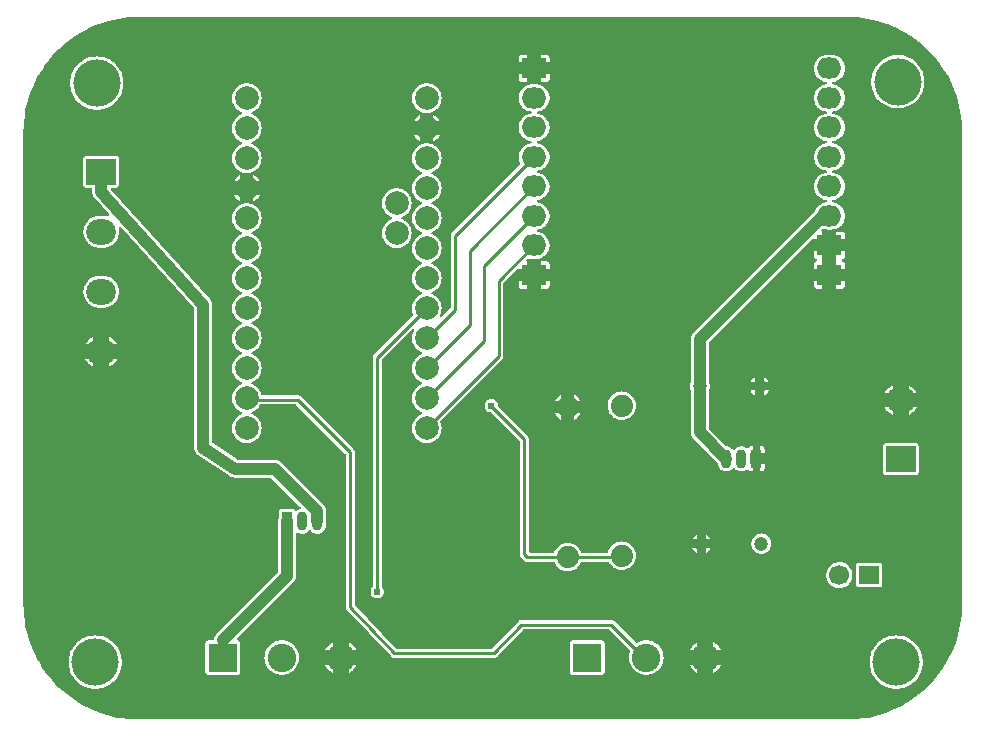
<source format=gbl>
G04 Layer: BottomLayer*
G04 EasyEDA v6.5.47, 2024-09-23 12:58:21*
G04 38ad9990bc604fb2ba1212fbd044b429,455023a0ac88494abd61f565c8365122,10*
G04 Gerber Generator version 0.2*
G04 Scale: 100 percent, Rotated: No, Reflected: No *
G04 Dimensions in millimeters *
G04 leading zeros omitted , absolute positions ,4 integer and 5 decimal *
%FSLAX45Y45*%
%MOMM*%

%ADD10C,1.0000*%
%ADD11C,0.2540*%
%ADD12R,2.5000X2.2000*%
%ADD13O,2.4999949999999997X2.1999956000000003*%
%ADD14R,2.4130X2.4130*%
%ADD15C,2.4130*%
%ADD16C,1.8796*%
%ADD17C,1.2000*%
%ADD18R,2.1000X1.8000*%
%ADD19O,2.0999958X1.7999964*%
%ADD20R,0.9000X1.6000*%
%ADD21O,0.8999982X1.5999968*%
%ADD22C,2.0000*%
%ADD23R,1.7000X1.5748*%
%ADD24C,1.7000*%
%ADD25C,4.0000*%
%ADD26C,0.6100*%
%ADD27C,0.6200*%
%ADD28C,0.0101*%

%LPD*%
G36*
X1700174Y1025906D02*
G01*
X1656080Y1026921D01*
X1612442Y1029868D01*
X1569008Y1034745D01*
X1525828Y1041603D01*
X1483004Y1050391D01*
X1440637Y1061059D01*
X1398778Y1073658D01*
X1357528Y1088085D01*
X1316939Y1104392D01*
X1277162Y1122476D01*
X1238199Y1142339D01*
X1200200Y1163929D01*
X1163167Y1187196D01*
X1127252Y1212088D01*
X1092504Y1238554D01*
X1058926Y1266596D01*
X1026668Y1296111D01*
X995781Y1326997D01*
X966317Y1359306D01*
X938276Y1392834D01*
X911809Y1427632D01*
X886917Y1463548D01*
X863701Y1500581D01*
X842111Y1538630D01*
X822299Y1577543D01*
X804214Y1617370D01*
X787958Y1657959D01*
X773531Y1699209D01*
X760984Y1741068D01*
X750265Y1783486D01*
X741527Y1826310D01*
X734720Y1869490D01*
X729843Y1912924D01*
X726897Y1956511D01*
X725932Y2000402D01*
X725932Y5999581D01*
X726897Y6043930D01*
X729843Y6087516D01*
X734771Y6130950D01*
X741629Y6174130D01*
X750366Y6216954D01*
X761085Y6259372D01*
X773684Y6301232D01*
X788111Y6342481D01*
X804418Y6383020D01*
X822502Y6422847D01*
X842314Y6461760D01*
X863904Y6499809D01*
X887171Y6536791D01*
X912063Y6572707D01*
X938580Y6607505D01*
X966571Y6641033D01*
X996086Y6673291D01*
X1027023Y6704228D01*
X1059281Y6733692D01*
X1092860Y6761683D01*
X1127607Y6788150D01*
X1163574Y6813042D01*
X1200607Y6836308D01*
X1238605Y6857847D01*
X1277569Y6877710D01*
X1317345Y6895795D01*
X1357934Y6912051D01*
X1399184Y6926478D01*
X1441094Y6939025D01*
X1483461Y6949694D01*
X1526286Y6958431D01*
X1569466Y6965289D01*
X1612900Y6970166D01*
X1656537Y6973112D01*
X1700377Y6974078D01*
X7699603Y6974078D01*
X7743901Y6973062D01*
X7787538Y6970115D01*
X7830972Y6965238D01*
X7874152Y6958380D01*
X7916976Y6949592D01*
X7959344Y6938924D01*
X8001203Y6926325D01*
X8042452Y6911898D01*
X8083042Y6895592D01*
X8122818Y6877507D01*
X8161781Y6857644D01*
X8199780Y6836054D01*
X8236813Y6812788D01*
X8272729Y6787896D01*
X8307476Y6761429D01*
X8341055Y6733387D01*
X8373313Y6703872D01*
X8404199Y6672986D01*
X8433663Y6640677D01*
X8461705Y6607149D01*
X8488172Y6572351D01*
X8513064Y6536435D01*
X8536279Y6499402D01*
X8557869Y6461353D01*
X8577681Y6422440D01*
X8595766Y6382613D01*
X8612022Y6342024D01*
X8626449Y6300774D01*
X8638997Y6258915D01*
X8649716Y6216497D01*
X8658453Y6173673D01*
X8665260Y6130493D01*
X8670137Y6087059D01*
X8673084Y6043472D01*
X8674100Y5999581D01*
X8674100Y2000402D01*
X8673084Y1956054D01*
X8670137Y1912467D01*
X8665210Y1869033D01*
X8658352Y1825853D01*
X8649614Y1783029D01*
X8638895Y1740611D01*
X8626297Y1698752D01*
X8611870Y1657502D01*
X8595563Y1616964D01*
X8577478Y1577136D01*
X8557666Y1538224D01*
X8536076Y1500174D01*
X8512810Y1463192D01*
X8487918Y1427276D01*
X8461400Y1392478D01*
X8433409Y1358950D01*
X8403894Y1326692D01*
X8372957Y1295755D01*
X8340699Y1266291D01*
X8307120Y1238300D01*
X8272373Y1211834D01*
X8236407Y1186942D01*
X8199374Y1163675D01*
X8161375Y1142136D01*
X8122412Y1122273D01*
X8082635Y1104188D01*
X8042046Y1087932D01*
X8000796Y1073505D01*
X7958886Y1060958D01*
X7916519Y1050290D01*
X7873695Y1041552D01*
X7830515Y1034694D01*
X7787081Y1029817D01*
X7743444Y1026871D01*
X7699603Y1025906D01*
G37*

%LPC*%
G36*
X8115300Y1285392D02*
G01*
X8136128Y1286357D01*
X8156803Y1289253D01*
X8177123Y1294028D01*
X8196884Y1300632D01*
X8215985Y1309065D01*
X8234222Y1319225D01*
X8251444Y1331010D01*
X8267496Y1344371D01*
X8282228Y1359103D01*
X8295589Y1375156D01*
X8307374Y1392377D01*
X8317534Y1410614D01*
X8325967Y1429715D01*
X8332571Y1449476D01*
X8337346Y1469796D01*
X8340242Y1490472D01*
X8341207Y1511300D01*
X8340242Y1532128D01*
X8337346Y1552803D01*
X8332571Y1573123D01*
X8325967Y1592884D01*
X8317534Y1611985D01*
X8307374Y1630222D01*
X8295589Y1647443D01*
X8282228Y1663496D01*
X8267496Y1678228D01*
X8251444Y1691589D01*
X8234222Y1703374D01*
X8215985Y1713534D01*
X8196884Y1721967D01*
X8177123Y1728571D01*
X8156803Y1733346D01*
X8136128Y1736242D01*
X8115300Y1737207D01*
X8094472Y1736242D01*
X8073796Y1733346D01*
X8053476Y1728571D01*
X8033715Y1721967D01*
X8014614Y1713534D01*
X7996377Y1703374D01*
X7979156Y1691589D01*
X7963103Y1678228D01*
X7948371Y1663496D01*
X7935010Y1647443D01*
X7923225Y1630222D01*
X7913065Y1611985D01*
X7904632Y1592884D01*
X7898028Y1573123D01*
X7893253Y1552803D01*
X7890357Y1532128D01*
X7889392Y1511300D01*
X7890357Y1490472D01*
X7893253Y1469796D01*
X7898028Y1449476D01*
X7904632Y1429715D01*
X7913065Y1410614D01*
X7923225Y1392377D01*
X7935010Y1375156D01*
X7948371Y1359103D01*
X7963103Y1344371D01*
X7979156Y1331010D01*
X7996377Y1319225D01*
X8014614Y1309065D01*
X8033715Y1300632D01*
X8053476Y1294028D01*
X8073796Y1289253D01*
X8094472Y1286357D01*
G37*
G36*
X1333500Y1285392D02*
G01*
X1354328Y1286357D01*
X1375003Y1289253D01*
X1395323Y1294028D01*
X1415084Y1300632D01*
X1434185Y1309065D01*
X1452422Y1319225D01*
X1469644Y1331010D01*
X1485696Y1344371D01*
X1500428Y1359103D01*
X1513789Y1375156D01*
X1525574Y1392377D01*
X1535734Y1410614D01*
X1544167Y1429715D01*
X1550771Y1449476D01*
X1555546Y1469796D01*
X1558442Y1490472D01*
X1559407Y1511300D01*
X1558442Y1532128D01*
X1555546Y1552803D01*
X1550771Y1573123D01*
X1544167Y1592884D01*
X1535734Y1611985D01*
X1525574Y1630222D01*
X1513789Y1647443D01*
X1500428Y1663496D01*
X1485696Y1678228D01*
X1469644Y1691589D01*
X1452422Y1703374D01*
X1434185Y1713534D01*
X1415084Y1721967D01*
X1395323Y1728571D01*
X1375003Y1733346D01*
X1354328Y1736242D01*
X1333500Y1737207D01*
X1312672Y1736242D01*
X1291996Y1733346D01*
X1271676Y1728571D01*
X1251915Y1721967D01*
X1232814Y1713534D01*
X1214577Y1703374D01*
X1197356Y1691589D01*
X1181303Y1678228D01*
X1166571Y1663496D01*
X1153210Y1647443D01*
X1141425Y1630222D01*
X1131265Y1611985D01*
X1122832Y1592884D01*
X1116228Y1573123D01*
X1111453Y1552803D01*
X1108557Y1532128D01*
X1107592Y1511300D01*
X1108557Y1490472D01*
X1111453Y1469796D01*
X1116228Y1449476D01*
X1122832Y1429715D01*
X1131265Y1410614D01*
X1141425Y1392377D01*
X1153210Y1375156D01*
X1166571Y1359103D01*
X1181303Y1344371D01*
X1197356Y1331010D01*
X1214577Y1319225D01*
X1232814Y1309065D01*
X1251915Y1300632D01*
X1271676Y1294028D01*
X1291996Y1289253D01*
X1312672Y1286357D01*
G37*
G36*
X2913024Y1402842D02*
G01*
X2929382Y1403756D01*
X2945587Y1406550D01*
X2961386Y1411071D01*
X2976575Y1417370D01*
X2990951Y1425295D01*
X3004362Y1434846D01*
X3016605Y1445768D01*
X3027578Y1458010D01*
X3037078Y1471422D01*
X3045053Y1485798D01*
X3051302Y1500987D01*
X3055874Y1516786D01*
X3058617Y1532991D01*
X3059531Y1549400D01*
X3058617Y1565808D01*
X3055874Y1582013D01*
X3051302Y1597812D01*
X3045053Y1613001D01*
X3037078Y1627378D01*
X3027578Y1640789D01*
X3016605Y1653032D01*
X3004362Y1663954D01*
X2990951Y1673504D01*
X2976575Y1681429D01*
X2961386Y1687728D01*
X2945587Y1692249D01*
X2929382Y1695043D01*
X2913024Y1695957D01*
X2896616Y1695043D01*
X2880410Y1692249D01*
X2864612Y1687728D01*
X2849422Y1681429D01*
X2835046Y1673504D01*
X2821635Y1663954D01*
X2809392Y1653032D01*
X2798419Y1640789D01*
X2788920Y1627378D01*
X2780944Y1613001D01*
X2774696Y1597812D01*
X2770124Y1582013D01*
X2767380Y1565808D01*
X2766466Y1549400D01*
X2767380Y1532991D01*
X2770124Y1516786D01*
X2774696Y1500987D01*
X2780944Y1485798D01*
X2788920Y1471422D01*
X2798419Y1458010D01*
X2809392Y1445768D01*
X2821635Y1434846D01*
X2835046Y1425295D01*
X2849422Y1417370D01*
X2864612Y1411071D01*
X2880410Y1406550D01*
X2896616Y1403756D01*
G37*
G36*
X5379008Y1402842D02*
G01*
X5619191Y1402842D01*
X5625490Y1403553D01*
X5630976Y1405483D01*
X5635853Y1408531D01*
X5639968Y1412646D01*
X5643016Y1417523D01*
X5644946Y1423009D01*
X5645658Y1429308D01*
X5645658Y1669491D01*
X5644946Y1675790D01*
X5643016Y1681276D01*
X5639968Y1686153D01*
X5635853Y1690268D01*
X5630976Y1693316D01*
X5625490Y1695246D01*
X5619191Y1695957D01*
X5379008Y1695957D01*
X5372709Y1695246D01*
X5367223Y1693316D01*
X5362346Y1690268D01*
X5358231Y1686153D01*
X5355183Y1681276D01*
X5353253Y1675790D01*
X5352542Y1669491D01*
X5352542Y1429308D01*
X5353253Y1423009D01*
X5355183Y1417523D01*
X5358231Y1412646D01*
X5362346Y1408531D01*
X5367223Y1405483D01*
X5372709Y1403553D01*
G37*
G36*
X2292908Y1402842D02*
G01*
X2533091Y1402842D01*
X2539390Y1403553D01*
X2544876Y1405483D01*
X2549753Y1408531D01*
X2553868Y1412646D01*
X2556916Y1417523D01*
X2558846Y1423009D01*
X2559558Y1429308D01*
X2559558Y1669491D01*
X2558846Y1675790D01*
X2556916Y1681276D01*
X2553868Y1686153D01*
X2549753Y1690268D01*
X2544876Y1693316D01*
X2538526Y1695551D01*
X2535021Y1697634D01*
X2532634Y1700936D01*
X2531719Y1704898D01*
X2532481Y1708912D01*
X2534716Y1712315D01*
X3014624Y2192324D01*
X3020263Y2199132D01*
X3026308Y2208784D01*
X3027426Y2210968D01*
X3030829Y2219198D01*
X3031591Y2221534D01*
X3033725Y2230120D01*
X3034131Y2232558D01*
X3034944Y2241397D01*
X3034995Y2600401D01*
X3035909Y2604566D01*
X3038449Y2608021D01*
X3042158Y2610104D01*
X3046425Y2610459D01*
X3050489Y2609037D01*
X3053943Y2606954D01*
X3064205Y2602687D01*
X3075025Y2600096D01*
X3086100Y2599232D01*
X3097174Y2600096D01*
X3107994Y2602687D01*
X3118256Y2606954D01*
X3127756Y2612745D01*
X3136239Y2619959D01*
X3141878Y2626614D01*
X3145332Y2629255D01*
X3149600Y2630170D01*
X3153867Y2629255D01*
X3157321Y2626614D01*
X3162960Y2619959D01*
X3171444Y2612745D01*
X3180943Y2606954D01*
X3191205Y2602687D01*
X3202025Y2600096D01*
X3213100Y2599232D01*
X3224174Y2600096D01*
X3234994Y2602687D01*
X3245256Y2606954D01*
X3254756Y2612745D01*
X3263239Y2619959D01*
X3270453Y2628442D01*
X3276244Y2637942D01*
X3280511Y2648204D01*
X3283102Y2659024D01*
X3284016Y2670505D01*
X3284016Y2676753D01*
X3284728Y2680462D01*
X3285591Y2682748D01*
X3288131Y2693771D01*
X3288995Y2705455D01*
X3288944Y2791307D01*
X3288131Y2800146D01*
X3287725Y2802585D01*
X3285591Y2811221D01*
X3284829Y2813558D01*
X3281426Y2821787D01*
X3280308Y2823972D01*
X3275685Y2831592D01*
X3268624Y2840431D01*
X2903423Y3205632D01*
X2894584Y3212693D01*
X2886964Y3217316D01*
X2884779Y3218434D01*
X2876550Y3221837D01*
X2874213Y3222599D01*
X2865577Y3224733D01*
X2863138Y3225139D01*
X2854299Y3225952D01*
X2540152Y3226003D01*
X2537206Y3226460D01*
X2534513Y3227730D01*
X2328316Y3365042D01*
X2325928Y3367278D01*
X2324354Y3370224D01*
X2323795Y3373475D01*
X2323795Y4533544D01*
X2323084Y4544212D01*
X2320696Y4555337D01*
X2316683Y4565954D01*
X2311146Y4575810D01*
X2303932Y4585106D01*
X1466646Y5511342D01*
X1464614Y5514644D01*
X1464005Y5518454D01*
X1464868Y5522264D01*
X1467104Y5525414D01*
X1470355Y5527548D01*
X1474165Y5528310D01*
X1508709Y5528310D01*
X1515059Y5529021D01*
X1520494Y5530900D01*
X1525422Y5533999D01*
X1529486Y5538063D01*
X1532585Y5542991D01*
X1534515Y5548426D01*
X1535226Y5554776D01*
X1535226Y5773623D01*
X1534515Y5779973D01*
X1532585Y5785408D01*
X1529486Y5790336D01*
X1525422Y5794400D01*
X1520494Y5797499D01*
X1515059Y5799378D01*
X1508709Y5800090D01*
X1259890Y5800090D01*
X1253540Y5799378D01*
X1248105Y5797499D01*
X1243177Y5794400D01*
X1239113Y5790336D01*
X1236014Y5785408D01*
X1234084Y5779973D01*
X1233373Y5773623D01*
X1233373Y5554776D01*
X1234084Y5548426D01*
X1236014Y5542991D01*
X1239113Y5538063D01*
X1243177Y5533999D01*
X1248105Y5530900D01*
X1253540Y5529021D01*
X1259890Y5528310D01*
X1298244Y5528310D01*
X1302105Y5527497D01*
X1305407Y5525312D01*
X1307642Y5522010D01*
X1308404Y5518150D01*
X1308404Y5489448D01*
X1309116Y5478932D01*
X1311808Y5466740D01*
X1315923Y5456174D01*
X1321612Y5446420D01*
X1329283Y5436870D01*
X1451254Y5301945D01*
X1453438Y5298135D01*
X1453794Y5293817D01*
X1452321Y5289702D01*
X1449273Y5286603D01*
X1445158Y5285079D01*
X1440789Y5285384D01*
X1430629Y5288432D01*
X1415084Y5291175D01*
X1398981Y5292090D01*
X1369618Y5292090D01*
X1353515Y5291175D01*
X1337970Y5288432D01*
X1322832Y5283911D01*
X1308303Y5277612D01*
X1294638Y5269738D01*
X1281938Y5260289D01*
X1270457Y5249468D01*
X1260297Y5237327D01*
X1251610Y5224170D01*
X1244498Y5210048D01*
X1239113Y5195163D01*
X1235456Y5179822D01*
X1233627Y5164124D01*
X1233627Y5148275D01*
X1235456Y5132578D01*
X1239113Y5117236D01*
X1244498Y5102352D01*
X1251610Y5088229D01*
X1260297Y5075072D01*
X1270457Y5062931D01*
X1281938Y5052110D01*
X1294638Y5042662D01*
X1308303Y5034788D01*
X1322832Y5028488D01*
X1337970Y5023967D01*
X1353515Y5021224D01*
X1369618Y5020310D01*
X1398981Y5020310D01*
X1415084Y5021224D01*
X1430629Y5023967D01*
X1445768Y5028488D01*
X1460296Y5034788D01*
X1473962Y5042662D01*
X1486662Y5052110D01*
X1498142Y5062931D01*
X1508302Y5075072D01*
X1516989Y5088229D01*
X1524101Y5102352D01*
X1529486Y5117236D01*
X1533144Y5132578D01*
X1534972Y5148275D01*
X1534972Y5164124D01*
X1533144Y5179822D01*
X1532128Y5184038D01*
X1532077Y5188508D01*
X1533906Y5192522D01*
X1537258Y5195417D01*
X1541576Y5196535D01*
X1545894Y5195773D01*
X1549552Y5193233D01*
X2169363Y4507585D01*
X2171293Y4504436D01*
X2172004Y4500778D01*
X2172004Y3327603D01*
X2172258Y3320846D01*
X2172817Y3316122D01*
X2174087Y3309670D01*
X2175357Y3305098D01*
X2177592Y3298850D01*
X2179472Y3294532D01*
X2182622Y3288690D01*
X2185162Y3284677D01*
X2189124Y3279394D01*
X2192223Y3275838D01*
X2196896Y3271164D01*
X2200554Y3268116D01*
X2205990Y3264103D01*
X2471724Y3087116D01*
X2481122Y3081731D01*
X2491740Y3077616D01*
X2502763Y3075076D01*
X2514447Y3074212D01*
X2815996Y3074212D01*
X2819908Y3073450D01*
X2823210Y3071215D01*
X3069691Y2824734D01*
X3072028Y2821127D01*
X3072638Y2816910D01*
X3071469Y2812796D01*
X3068726Y2809544D01*
X3053943Y2803245D01*
X3044444Y2797454D01*
X3041802Y2795219D01*
X3037992Y2793136D01*
X3033674Y2792882D01*
X3029661Y2794457D01*
X3026613Y2797505D01*
X3024327Y2801213D01*
X3020212Y2805328D01*
X3015335Y2808376D01*
X3009849Y2810306D01*
X3003550Y2811018D01*
X2914650Y2811018D01*
X2908350Y2810306D01*
X2902864Y2808376D01*
X2897987Y2805328D01*
X2893872Y2801213D01*
X2890824Y2796336D01*
X2888894Y2790850D01*
X2888183Y2784551D01*
X2888183Y2733446D01*
X2887472Y2729738D01*
X2886608Y2727452D01*
X2884068Y2716428D01*
X2883204Y2704744D01*
X2883204Y2279700D01*
X2882442Y2275840D01*
X2880207Y2272538D01*
X2359609Y1751888D01*
X2351938Y1743049D01*
X2345893Y1733448D01*
X2341372Y1723034D01*
X2338425Y1712061D01*
X2337663Y1705000D01*
X2336596Y1701444D01*
X2334310Y1698548D01*
X2331161Y1696618D01*
X2327554Y1695957D01*
X2292908Y1695957D01*
X2286609Y1695246D01*
X2281123Y1693316D01*
X2276246Y1690268D01*
X2272131Y1686153D01*
X2269083Y1681276D01*
X2267153Y1675790D01*
X2266442Y1669491D01*
X2266442Y1429308D01*
X2267153Y1423009D01*
X2269083Y1417523D01*
X2272131Y1412646D01*
X2276246Y1408531D01*
X2281123Y1405483D01*
X2286609Y1403553D01*
G37*
G36*
X5999124Y1402842D02*
G01*
X6015482Y1403756D01*
X6031687Y1406550D01*
X6047486Y1411071D01*
X6062675Y1417370D01*
X6077051Y1425295D01*
X6090462Y1434846D01*
X6102705Y1445768D01*
X6113678Y1458010D01*
X6123178Y1471422D01*
X6131153Y1485798D01*
X6137402Y1500987D01*
X6141974Y1516786D01*
X6144717Y1532991D01*
X6145631Y1549400D01*
X6144717Y1565808D01*
X6141974Y1582013D01*
X6137402Y1597812D01*
X6131153Y1613001D01*
X6123178Y1627378D01*
X6113678Y1640789D01*
X6102705Y1653032D01*
X6090462Y1663954D01*
X6077051Y1673504D01*
X6062675Y1681429D01*
X6047486Y1687728D01*
X6031687Y1692249D01*
X6015482Y1695043D01*
X5999124Y1695957D01*
X5982716Y1695043D01*
X5966510Y1692249D01*
X5950712Y1687728D01*
X5935522Y1681429D01*
X5922060Y1674012D01*
X5917946Y1672742D01*
X5913628Y1673352D01*
X5909970Y1675688D01*
X5729935Y1855724D01*
X5723737Y1860854D01*
X5717032Y1864410D01*
X5709818Y1866595D01*
X5701792Y1867407D01*
X4940808Y1867407D01*
X4932781Y1866595D01*
X4925568Y1864410D01*
X4918964Y1860905D01*
X4911902Y1854962D01*
X4698085Y1629257D01*
X4694732Y1626920D01*
X4690719Y1626107D01*
X3883050Y1626107D01*
X3879037Y1626920D01*
X3875684Y1629308D01*
X3533851Y1993544D01*
X3531819Y1996744D01*
X3531108Y2000504D01*
X3531108Y3288792D01*
X3530295Y3296818D01*
X3528110Y3304032D01*
X3524554Y3310737D01*
X3519424Y3316935D01*
X3075635Y3760724D01*
X3069437Y3765854D01*
X3062732Y3769410D01*
X3055518Y3771595D01*
X3047492Y3772408D01*
X2747213Y3772408D01*
X2743047Y3773322D01*
X2739593Y3775811D01*
X2737510Y3779520D01*
X2733903Y3791153D01*
X2727655Y3805021D01*
X2719781Y3818026D01*
X2710434Y3829964D01*
X2699664Y3840734D01*
X2687726Y3850081D01*
X2674721Y3857955D01*
X2660802Y3864254D01*
X2657602Y3866438D01*
X2655519Y3869690D01*
X2654808Y3873500D01*
X2655519Y3877310D01*
X2657602Y3880561D01*
X2660802Y3882745D01*
X2674721Y3889044D01*
X2687726Y3896918D01*
X2699664Y3906265D01*
X2710434Y3917035D01*
X2719781Y3928973D01*
X2727655Y3941978D01*
X2733903Y3955846D01*
X2738424Y3970375D01*
X2741168Y3985310D01*
X2742082Y4000500D01*
X2741168Y4015689D01*
X2738424Y4030624D01*
X2733903Y4045153D01*
X2727655Y4059021D01*
X2719781Y4072026D01*
X2710434Y4083964D01*
X2699664Y4094734D01*
X2687726Y4104081D01*
X2674721Y4111955D01*
X2660802Y4118254D01*
X2657602Y4120438D01*
X2655519Y4123690D01*
X2654808Y4127500D01*
X2655519Y4131310D01*
X2657602Y4134561D01*
X2660802Y4136745D01*
X2674721Y4143044D01*
X2687726Y4150918D01*
X2699664Y4160265D01*
X2710434Y4171035D01*
X2719781Y4182973D01*
X2727655Y4195978D01*
X2733903Y4209846D01*
X2738424Y4224375D01*
X2741168Y4239310D01*
X2742082Y4254500D01*
X2741168Y4269689D01*
X2738424Y4284624D01*
X2733903Y4299153D01*
X2727655Y4313021D01*
X2719781Y4326026D01*
X2710434Y4337964D01*
X2699664Y4348734D01*
X2687726Y4358081D01*
X2674721Y4365955D01*
X2660802Y4372254D01*
X2657602Y4374438D01*
X2655519Y4377690D01*
X2654808Y4381500D01*
X2655519Y4385310D01*
X2657602Y4388561D01*
X2660802Y4390745D01*
X2674721Y4397044D01*
X2687726Y4404918D01*
X2699664Y4414266D01*
X2710434Y4425035D01*
X2719781Y4436973D01*
X2727655Y4449978D01*
X2733903Y4463846D01*
X2738424Y4478375D01*
X2741168Y4493310D01*
X2742082Y4508500D01*
X2741168Y4523689D01*
X2738424Y4538624D01*
X2733903Y4553153D01*
X2727655Y4567021D01*
X2719781Y4580026D01*
X2710434Y4591964D01*
X2699664Y4602734D01*
X2687726Y4612081D01*
X2674721Y4619955D01*
X2660802Y4626254D01*
X2657602Y4628438D01*
X2655519Y4631690D01*
X2654808Y4635500D01*
X2655519Y4639310D01*
X2657602Y4642561D01*
X2660802Y4644745D01*
X2674721Y4651044D01*
X2687726Y4658918D01*
X2699664Y4668266D01*
X2710434Y4679035D01*
X2719781Y4690973D01*
X2727655Y4703978D01*
X2733903Y4717846D01*
X2738424Y4732375D01*
X2741168Y4747310D01*
X2742082Y4762500D01*
X2741168Y4777689D01*
X2738424Y4792624D01*
X2733903Y4807153D01*
X2727655Y4821021D01*
X2719781Y4834026D01*
X2710434Y4845964D01*
X2699664Y4856734D01*
X2687726Y4866081D01*
X2674721Y4873955D01*
X2660802Y4880254D01*
X2657602Y4882438D01*
X2655519Y4885690D01*
X2654808Y4889500D01*
X2655519Y4893310D01*
X2657602Y4896561D01*
X2660802Y4898745D01*
X2674721Y4905044D01*
X2687726Y4912918D01*
X2699664Y4922266D01*
X2710434Y4933035D01*
X2719781Y4944973D01*
X2727655Y4957978D01*
X2733903Y4971846D01*
X2738424Y4986375D01*
X2741168Y5001310D01*
X2742082Y5016500D01*
X2741168Y5031689D01*
X2738424Y5046624D01*
X2733903Y5061153D01*
X2727655Y5075021D01*
X2719781Y5088026D01*
X2710434Y5099964D01*
X2699664Y5110734D01*
X2687726Y5120081D01*
X2674721Y5127955D01*
X2660802Y5134254D01*
X2657602Y5136438D01*
X2655519Y5139690D01*
X2654808Y5143500D01*
X2655519Y5147310D01*
X2657602Y5150561D01*
X2660802Y5152745D01*
X2674721Y5159044D01*
X2687726Y5166918D01*
X2699664Y5176266D01*
X2710434Y5187035D01*
X2719781Y5198973D01*
X2727655Y5211978D01*
X2733903Y5225846D01*
X2738424Y5240375D01*
X2741168Y5255310D01*
X2742082Y5270500D01*
X2741168Y5285689D01*
X2738424Y5300624D01*
X2733903Y5315153D01*
X2727655Y5329021D01*
X2719781Y5342026D01*
X2710434Y5353964D01*
X2699664Y5364734D01*
X2687726Y5374081D01*
X2674721Y5381955D01*
X2660802Y5388254D01*
X2646324Y5392724D01*
X2631389Y5395468D01*
X2616200Y5396382D01*
X2601010Y5395468D01*
X2586075Y5392724D01*
X2571597Y5388254D01*
X2557678Y5381955D01*
X2544673Y5374081D01*
X2532735Y5364734D01*
X2521966Y5353964D01*
X2512618Y5342026D01*
X2504744Y5329021D01*
X2498496Y5315153D01*
X2493975Y5300624D01*
X2491232Y5285689D01*
X2490317Y5270500D01*
X2491232Y5255310D01*
X2493975Y5240375D01*
X2498496Y5225846D01*
X2504744Y5211978D01*
X2512618Y5198973D01*
X2521966Y5187035D01*
X2532735Y5176266D01*
X2544673Y5166918D01*
X2557678Y5159044D01*
X2571597Y5152745D01*
X2574798Y5150561D01*
X2576880Y5147310D01*
X2577592Y5143500D01*
X2576880Y5139690D01*
X2574798Y5136438D01*
X2571597Y5134254D01*
X2557678Y5127955D01*
X2544673Y5120081D01*
X2532735Y5110734D01*
X2521966Y5099964D01*
X2512618Y5088026D01*
X2504744Y5075021D01*
X2498496Y5061153D01*
X2493975Y5046624D01*
X2491232Y5031689D01*
X2490317Y5016500D01*
X2491232Y5001310D01*
X2493975Y4986375D01*
X2498496Y4971846D01*
X2504744Y4957978D01*
X2512618Y4944973D01*
X2521966Y4933035D01*
X2532735Y4922266D01*
X2544673Y4912918D01*
X2557678Y4905044D01*
X2571597Y4898745D01*
X2574798Y4896561D01*
X2576880Y4893310D01*
X2577592Y4889500D01*
X2576880Y4885690D01*
X2574798Y4882438D01*
X2571597Y4880254D01*
X2557678Y4873955D01*
X2544673Y4866081D01*
X2532735Y4856734D01*
X2521966Y4845964D01*
X2512618Y4834026D01*
X2504744Y4821021D01*
X2498496Y4807153D01*
X2493975Y4792624D01*
X2491232Y4777689D01*
X2490317Y4762500D01*
X2491232Y4747310D01*
X2493975Y4732375D01*
X2498496Y4717846D01*
X2504744Y4703978D01*
X2512618Y4690973D01*
X2521966Y4679035D01*
X2532735Y4668266D01*
X2544673Y4658918D01*
X2557678Y4651044D01*
X2571597Y4644745D01*
X2574798Y4642561D01*
X2576880Y4639310D01*
X2577592Y4635500D01*
X2576880Y4631690D01*
X2574798Y4628438D01*
X2571597Y4626254D01*
X2557678Y4619955D01*
X2544673Y4612081D01*
X2532735Y4602734D01*
X2521966Y4591964D01*
X2512618Y4580026D01*
X2504744Y4567021D01*
X2498496Y4553153D01*
X2493975Y4538624D01*
X2491232Y4523689D01*
X2490317Y4508500D01*
X2491232Y4493310D01*
X2493975Y4478375D01*
X2498496Y4463846D01*
X2504744Y4449978D01*
X2512618Y4436973D01*
X2521966Y4425035D01*
X2532735Y4414266D01*
X2544673Y4404918D01*
X2557678Y4397044D01*
X2571597Y4390745D01*
X2574798Y4388561D01*
X2576880Y4385310D01*
X2577592Y4381500D01*
X2576880Y4377690D01*
X2574798Y4374438D01*
X2571597Y4372254D01*
X2557678Y4365955D01*
X2544673Y4358081D01*
X2532735Y4348734D01*
X2521966Y4337964D01*
X2512618Y4326026D01*
X2504744Y4313021D01*
X2498496Y4299153D01*
X2493975Y4284624D01*
X2491232Y4269689D01*
X2490317Y4254500D01*
X2491232Y4239310D01*
X2493975Y4224375D01*
X2498496Y4209846D01*
X2504744Y4195978D01*
X2512618Y4182973D01*
X2521966Y4171035D01*
X2532735Y4160265D01*
X2544673Y4150918D01*
X2557678Y4143044D01*
X2571597Y4136745D01*
X2574798Y4134561D01*
X2576880Y4131310D01*
X2577592Y4127500D01*
X2576880Y4123690D01*
X2574798Y4120438D01*
X2571597Y4118254D01*
X2557678Y4111955D01*
X2544673Y4104081D01*
X2532735Y4094734D01*
X2521966Y4083964D01*
X2512618Y4072026D01*
X2504744Y4059021D01*
X2498496Y4045153D01*
X2493975Y4030624D01*
X2491232Y4015689D01*
X2490317Y4000500D01*
X2491232Y3985310D01*
X2493975Y3970375D01*
X2498496Y3955846D01*
X2504744Y3941978D01*
X2512618Y3928973D01*
X2521966Y3917035D01*
X2532735Y3906265D01*
X2544673Y3896918D01*
X2557678Y3889044D01*
X2571597Y3882745D01*
X2574798Y3880561D01*
X2576880Y3877310D01*
X2577592Y3873500D01*
X2576880Y3869690D01*
X2574798Y3866438D01*
X2571597Y3864254D01*
X2557678Y3857955D01*
X2544673Y3850081D01*
X2532735Y3840734D01*
X2521966Y3829964D01*
X2512618Y3818026D01*
X2504744Y3805021D01*
X2498496Y3791153D01*
X2493975Y3776624D01*
X2491232Y3761689D01*
X2490317Y3746500D01*
X2491232Y3731310D01*
X2493975Y3716375D01*
X2498496Y3701846D01*
X2504744Y3687978D01*
X2512618Y3674973D01*
X2521966Y3663035D01*
X2532735Y3652265D01*
X2544673Y3642918D01*
X2557678Y3635044D01*
X2571597Y3628745D01*
X2574798Y3626561D01*
X2576880Y3623310D01*
X2577592Y3619500D01*
X2576880Y3615690D01*
X2574798Y3612438D01*
X2571597Y3610254D01*
X2557678Y3603955D01*
X2544673Y3596081D01*
X2532735Y3586734D01*
X2521966Y3575964D01*
X2512618Y3564026D01*
X2504744Y3551021D01*
X2498496Y3537153D01*
X2493975Y3522624D01*
X2491232Y3507689D01*
X2490317Y3492500D01*
X2491232Y3477310D01*
X2493975Y3462375D01*
X2498496Y3447846D01*
X2504744Y3433978D01*
X2512618Y3420973D01*
X2521966Y3409035D01*
X2532735Y3398265D01*
X2544673Y3388918D01*
X2557678Y3381044D01*
X2571546Y3374796D01*
X2586075Y3370275D01*
X2601010Y3367532D01*
X2616200Y3366617D01*
X2631389Y3367532D01*
X2646324Y3370275D01*
X2660853Y3374796D01*
X2674721Y3381044D01*
X2687726Y3388918D01*
X2699664Y3398265D01*
X2710434Y3409035D01*
X2719781Y3420973D01*
X2727655Y3433978D01*
X2733903Y3447846D01*
X2738424Y3462375D01*
X2741168Y3477310D01*
X2742082Y3492500D01*
X2741168Y3507689D01*
X2738424Y3522624D01*
X2733903Y3537153D01*
X2727655Y3551021D01*
X2719781Y3564026D01*
X2710434Y3575964D01*
X2699664Y3586734D01*
X2687726Y3596081D01*
X2674721Y3603955D01*
X2660802Y3610254D01*
X2657602Y3612438D01*
X2655519Y3615690D01*
X2654808Y3619500D01*
X2655519Y3623310D01*
X2657602Y3626561D01*
X2660802Y3628745D01*
X2674721Y3635044D01*
X2687726Y3642918D01*
X2699664Y3652265D01*
X2710434Y3663035D01*
X2719781Y3674973D01*
X2730449Y3692347D01*
X2733700Y3694480D01*
X2737459Y3695192D01*
X3027781Y3695192D01*
X3031693Y3694429D01*
X3034995Y3692194D01*
X3450894Y3276295D01*
X3453129Y3272993D01*
X3453892Y3269081D01*
X3453892Y1981606D01*
X3454450Y1974951D01*
X3456432Y1967585D01*
X3459784Y1960829D01*
X3464712Y1954428D01*
X3833774Y1561134D01*
X3840530Y1555445D01*
X3847185Y1551889D01*
X3854450Y1549704D01*
X3862476Y1548892D01*
X4711192Y1548892D01*
X4719218Y1549704D01*
X4726432Y1551889D01*
X4733036Y1555394D01*
X4740097Y1561338D01*
X4953914Y1787042D01*
X4957267Y1789379D01*
X4961280Y1790192D01*
X5682081Y1790192D01*
X5685993Y1789430D01*
X5689295Y1787194D01*
X5861253Y1615287D01*
X5863437Y1611985D01*
X5864199Y1608074D01*
X5863437Y1604213D01*
X5860796Y1597812D01*
X5856224Y1582013D01*
X5853480Y1565808D01*
X5852566Y1549400D01*
X5853480Y1532991D01*
X5856224Y1516786D01*
X5860796Y1500987D01*
X5867044Y1485798D01*
X5875020Y1471422D01*
X5884519Y1458010D01*
X5895492Y1445768D01*
X5907735Y1434846D01*
X5921146Y1425295D01*
X5935522Y1417370D01*
X5950712Y1411071D01*
X5966510Y1406550D01*
X5982716Y1403756D01*
G37*
G36*
X3479698Y1419098D02*
G01*
X3490976Y1425295D01*
X3504387Y1434846D01*
X3516629Y1445768D01*
X3527551Y1458010D01*
X3537102Y1471422D01*
X3543300Y1482699D01*
X3479698Y1482699D01*
G37*
G36*
X3346348Y1419098D02*
G01*
X3346348Y1482699D01*
X3282696Y1482699D01*
X3288893Y1471422D01*
X3298444Y1458010D01*
X3309365Y1445768D01*
X3321608Y1434846D01*
X3335020Y1425295D01*
G37*
G36*
X6432448Y1419098D02*
G01*
X6432448Y1482699D01*
X6368796Y1482699D01*
X6374993Y1471422D01*
X6384544Y1458010D01*
X6395466Y1445768D01*
X6407708Y1434846D01*
X6421120Y1425295D01*
G37*
G36*
X6565798Y1419098D02*
G01*
X6577075Y1425295D01*
X6590487Y1434846D01*
X6602730Y1445768D01*
X6613652Y1458010D01*
X6623202Y1471422D01*
X6629400Y1482699D01*
X6565798Y1482699D01*
G37*
G36*
X3282696Y1616049D02*
G01*
X3346348Y1616049D01*
X3346348Y1679702D01*
X3335020Y1673504D01*
X3321608Y1663954D01*
X3309365Y1653032D01*
X3298444Y1640789D01*
X3288893Y1627378D01*
G37*
G36*
X6368796Y1616049D02*
G01*
X6432448Y1616049D01*
X6432448Y1679702D01*
X6421120Y1673504D01*
X6407708Y1663954D01*
X6395466Y1653032D01*
X6384544Y1640789D01*
X6374993Y1627378D01*
G37*
G36*
X6565798Y1616049D02*
G01*
X6629400Y1616049D01*
X6623202Y1627378D01*
X6613652Y1640789D01*
X6602730Y1653032D01*
X6590487Y1663954D01*
X6577075Y1673504D01*
X6565798Y1679702D01*
G37*
G36*
X3479698Y1616049D02*
G01*
X3543300Y1616049D01*
X3537102Y1627378D01*
X3527551Y1640789D01*
X3516629Y1653032D01*
X3504387Y1663954D01*
X3490976Y1673504D01*
X3479698Y1679702D01*
G37*
G36*
X3721100Y2051812D02*
G01*
X3730904Y2052675D01*
X3740404Y2055215D01*
X3749294Y2059381D01*
X3757320Y2065020D01*
X3764279Y2071979D01*
X3769918Y2080006D01*
X3774084Y2088896D01*
X3776624Y2098395D01*
X3777487Y2108200D01*
X3776624Y2118004D01*
X3774084Y2127504D01*
X3769918Y2136394D01*
X3764279Y2144420D01*
X3762705Y2146046D01*
X3760470Y2149348D01*
X3759708Y2153208D01*
X3759708Y4069181D01*
X3760470Y4073093D01*
X3762705Y4076395D01*
X4014520Y4328261D01*
X4018026Y4330547D01*
X4022191Y4331208D01*
X4026204Y4330192D01*
X4029506Y4327601D01*
X4031487Y4323892D01*
X4031792Y4319727D01*
X4030421Y4315815D01*
X4028744Y4313021D01*
X4022496Y4299153D01*
X4017975Y4284624D01*
X4015232Y4269689D01*
X4014317Y4254500D01*
X4015232Y4239310D01*
X4017975Y4224375D01*
X4022496Y4209846D01*
X4028744Y4195978D01*
X4036618Y4182973D01*
X4045965Y4171035D01*
X4056735Y4160265D01*
X4068673Y4150918D01*
X4081678Y4143044D01*
X4095597Y4136745D01*
X4098798Y4134561D01*
X4100880Y4131310D01*
X4101592Y4127500D01*
X4100880Y4123690D01*
X4098798Y4120438D01*
X4095597Y4118254D01*
X4081678Y4111955D01*
X4068673Y4104081D01*
X4056735Y4094734D01*
X4045965Y4083964D01*
X4036618Y4072026D01*
X4028744Y4059021D01*
X4022496Y4045153D01*
X4017975Y4030624D01*
X4015232Y4015689D01*
X4014317Y4000500D01*
X4015232Y3985310D01*
X4017975Y3970375D01*
X4022496Y3955846D01*
X4028744Y3941978D01*
X4036618Y3928973D01*
X4045965Y3917035D01*
X4056735Y3906265D01*
X4068673Y3896918D01*
X4081678Y3889044D01*
X4095597Y3882745D01*
X4098798Y3880561D01*
X4100880Y3877310D01*
X4101592Y3873500D01*
X4100880Y3869690D01*
X4098798Y3866438D01*
X4095597Y3864254D01*
X4081678Y3857955D01*
X4068673Y3850081D01*
X4056735Y3840734D01*
X4045965Y3829964D01*
X4036618Y3818026D01*
X4028744Y3805021D01*
X4022496Y3791153D01*
X4017975Y3776624D01*
X4015232Y3761689D01*
X4014317Y3746500D01*
X4015232Y3731310D01*
X4017975Y3716375D01*
X4022496Y3701846D01*
X4028744Y3687978D01*
X4036618Y3674973D01*
X4045965Y3663035D01*
X4056735Y3652265D01*
X4068673Y3642918D01*
X4081678Y3635044D01*
X4095597Y3628745D01*
X4098798Y3626561D01*
X4100880Y3623310D01*
X4101592Y3619500D01*
X4100880Y3615690D01*
X4098798Y3612438D01*
X4095597Y3610254D01*
X4081678Y3603955D01*
X4068673Y3596081D01*
X4056735Y3586734D01*
X4045965Y3575964D01*
X4036618Y3564026D01*
X4028744Y3551021D01*
X4022496Y3537153D01*
X4017975Y3522624D01*
X4015232Y3507689D01*
X4014317Y3492500D01*
X4015232Y3477310D01*
X4017975Y3462375D01*
X4022496Y3447846D01*
X4028744Y3433978D01*
X4036618Y3420973D01*
X4045965Y3409035D01*
X4056735Y3398265D01*
X4068673Y3388918D01*
X4081678Y3381044D01*
X4095546Y3374796D01*
X4110075Y3370275D01*
X4125010Y3367532D01*
X4140200Y3366617D01*
X4155389Y3367532D01*
X4170324Y3370275D01*
X4184853Y3374796D01*
X4198721Y3381044D01*
X4211726Y3388918D01*
X4223664Y3398265D01*
X4234434Y3409035D01*
X4243781Y3420973D01*
X4251655Y3433978D01*
X4257903Y3447846D01*
X4262424Y3462375D01*
X4265168Y3477310D01*
X4266082Y3492500D01*
X4265168Y3507689D01*
X4262424Y3522624D01*
X4257903Y3537153D01*
X4255058Y3543503D01*
X4254144Y3547465D01*
X4254906Y3551428D01*
X4257141Y3554831D01*
X4776724Y4074464D01*
X4781854Y4080662D01*
X4785410Y4087368D01*
X4787595Y4094581D01*
X4788408Y4102608D01*
X4788408Y4719675D01*
X4789170Y4723587D01*
X4791405Y4726889D01*
X4902200Y4837582D01*
X4905502Y4839766D01*
X4909362Y4840528D01*
X4990338Y4840528D01*
X4990338Y4905908D01*
X4987086Y4908143D01*
X4984902Y4911445D01*
X4984140Y4915306D01*
X4984953Y4919167D01*
X4987137Y4922469D01*
X4990592Y4925923D01*
X4993640Y4928006D01*
X4997246Y4928870D01*
X5000955Y4928412D01*
X5005374Y4926939D01*
X5019700Y4924247D01*
X5034534Y4923282D01*
X5063896Y4923282D01*
X5078730Y4924247D01*
X5093004Y4926939D01*
X5106873Y4931460D01*
X5120030Y4937658D01*
X5132324Y4945430D01*
X5143550Y4954727D01*
X5153507Y4965344D01*
X5162042Y4977079D01*
X5169052Y4989880D01*
X5174437Y5003393D01*
X5178044Y5017465D01*
X5179872Y5031943D01*
X5179872Y5046472D01*
X5178044Y5060899D01*
X5174437Y5075021D01*
X5169052Y5088534D01*
X5162042Y5101285D01*
X5153507Y5113070D01*
X5143550Y5123688D01*
X5132324Y5132933D01*
X5120030Y5140756D01*
X5106873Y5146954D01*
X5093004Y5151424D01*
X5078476Y5154218D01*
X5074818Y5155742D01*
X5071973Y5158536D01*
X5070449Y5162194D01*
X5070449Y5166207D01*
X5071973Y5169865D01*
X5074818Y5172659D01*
X5078476Y5174183D01*
X5093004Y5176977D01*
X5106873Y5181447D01*
X5120030Y5187645D01*
X5132324Y5195468D01*
X5143550Y5204714D01*
X5153507Y5215331D01*
X5162042Y5227116D01*
X5169052Y5239867D01*
X5174437Y5253380D01*
X5178044Y5267502D01*
X5179872Y5281930D01*
X5179872Y5296458D01*
X5178044Y5310936D01*
X5174437Y5325008D01*
X5169052Y5338521D01*
X5162042Y5351272D01*
X5153507Y5363057D01*
X5143550Y5373674D01*
X5132324Y5382971D01*
X5120030Y5390743D01*
X5106873Y5396941D01*
X5093004Y5401462D01*
X5078476Y5404205D01*
X5074818Y5405729D01*
X5071973Y5408523D01*
X5070449Y5412181D01*
X5070449Y5416194D01*
X5071973Y5419852D01*
X5074818Y5422696D01*
X5078476Y5424170D01*
X5093004Y5426964D01*
X5106873Y5431434D01*
X5120030Y5437632D01*
X5132324Y5445455D01*
X5143550Y5454700D01*
X5153507Y5465318D01*
X5162042Y5477103D01*
X5169052Y5489854D01*
X5174437Y5503367D01*
X5178044Y5517489D01*
X5179872Y5531916D01*
X5179872Y5546496D01*
X5178044Y5560923D01*
X5174437Y5574995D01*
X5169052Y5588558D01*
X5162042Y5601309D01*
X5153507Y5613044D01*
X5143550Y5623661D01*
X5132324Y5632958D01*
X5120030Y5640730D01*
X5106873Y5646928D01*
X5093004Y5651449D01*
X5078476Y5654243D01*
X5074818Y5655716D01*
X5071973Y5658510D01*
X5070449Y5662218D01*
X5070449Y5666181D01*
X5071973Y5669889D01*
X5074818Y5672683D01*
X5078476Y5674156D01*
X5093004Y5676950D01*
X5106873Y5681472D01*
X5120030Y5687669D01*
X5132324Y5695442D01*
X5143550Y5704738D01*
X5153507Y5715304D01*
X5162042Y5727090D01*
X5169052Y5739841D01*
X5174437Y5753404D01*
X5178044Y5767476D01*
X5179872Y5781903D01*
X5179872Y5796483D01*
X5178044Y5810910D01*
X5174437Y5825032D01*
X5169052Y5838545D01*
X5162042Y5851296D01*
X5153507Y5863082D01*
X5143550Y5873699D01*
X5132324Y5882944D01*
X5120030Y5890768D01*
X5106873Y5896965D01*
X5093004Y5901436D01*
X5078476Y5904230D01*
X5074818Y5905703D01*
X5071973Y5908548D01*
X5070449Y5912205D01*
X5070449Y5916168D01*
X5071973Y5919876D01*
X5074818Y5922670D01*
X5078476Y5924194D01*
X5093004Y5926937D01*
X5106873Y5931458D01*
X5120030Y5937656D01*
X5132324Y5945428D01*
X5143550Y5954725D01*
X5153507Y5965342D01*
X5162042Y5977077D01*
X5169052Y5989878D01*
X5174437Y6003391D01*
X5178044Y6017463D01*
X5179872Y6031941D01*
X5179872Y6046470D01*
X5178044Y6060897D01*
X5174437Y6075019D01*
X5169052Y6088532D01*
X5162042Y6101283D01*
X5153507Y6113068D01*
X5143550Y6123686D01*
X5132324Y6132931D01*
X5120030Y6140754D01*
X5106873Y6146952D01*
X5093004Y6151422D01*
X5078476Y6154216D01*
X5074818Y6155740D01*
X5071973Y6158534D01*
X5070449Y6162192D01*
X5070449Y6166205D01*
X5071973Y6169863D01*
X5074818Y6172657D01*
X5078476Y6174181D01*
X5093004Y6176975D01*
X5106873Y6181445D01*
X5120030Y6187643D01*
X5132324Y6195466D01*
X5143550Y6204712D01*
X5153507Y6215329D01*
X5162042Y6227114D01*
X5169052Y6239865D01*
X5174437Y6253378D01*
X5178044Y6267500D01*
X5179872Y6281928D01*
X5179872Y6296456D01*
X5178044Y6310934D01*
X5174437Y6325006D01*
X5169052Y6338519D01*
X5162042Y6351270D01*
X5153507Y6363055D01*
X5143550Y6373672D01*
X5132324Y6382969D01*
X5120030Y6390741D01*
X5106873Y6396939D01*
X5093004Y6401460D01*
X5078730Y6404152D01*
X5063896Y6405118D01*
X5034534Y6405118D01*
X5019700Y6404152D01*
X5005374Y6401460D01*
X4991557Y6396939D01*
X4978349Y6390741D01*
X4966106Y6382969D01*
X4954879Y6373672D01*
X4944922Y6363055D01*
X4936337Y6351270D01*
X4929327Y6338519D01*
X4923993Y6325006D01*
X4920386Y6310934D01*
X4918557Y6296456D01*
X4918557Y6281928D01*
X4920386Y6267500D01*
X4923993Y6253378D01*
X4929327Y6239865D01*
X4936337Y6227114D01*
X4944922Y6215329D01*
X4954879Y6204712D01*
X4966106Y6195466D01*
X4978349Y6187643D01*
X4991557Y6181445D01*
X5005374Y6176975D01*
X5019903Y6174181D01*
X5023612Y6172657D01*
X5026456Y6169863D01*
X5027980Y6166205D01*
X5027980Y6162192D01*
X5026456Y6158534D01*
X5023612Y6155740D01*
X5019903Y6154216D01*
X5005374Y6151422D01*
X4991557Y6146952D01*
X4978349Y6140754D01*
X4966106Y6132931D01*
X4954879Y6123686D01*
X4944922Y6113068D01*
X4936337Y6101283D01*
X4929327Y6088532D01*
X4923993Y6075019D01*
X4920386Y6060897D01*
X4918557Y6046470D01*
X4918557Y6031941D01*
X4920386Y6017463D01*
X4923993Y6003391D01*
X4929327Y5989878D01*
X4936337Y5977077D01*
X4944922Y5965342D01*
X4954879Y5954725D01*
X4966106Y5945428D01*
X4978349Y5937656D01*
X4991557Y5931458D01*
X5005374Y5926937D01*
X5019903Y5924194D01*
X5023612Y5922670D01*
X5026456Y5919876D01*
X5027980Y5916168D01*
X5027980Y5912205D01*
X5026456Y5908548D01*
X5023612Y5905703D01*
X5019903Y5904230D01*
X5005374Y5901436D01*
X4991557Y5896965D01*
X4978349Y5890768D01*
X4966106Y5882944D01*
X4954879Y5873699D01*
X4944922Y5863082D01*
X4936337Y5851296D01*
X4929327Y5838545D01*
X4923993Y5825032D01*
X4920386Y5810910D01*
X4918557Y5796483D01*
X4918557Y5781903D01*
X4920386Y5767476D01*
X4923993Y5753404D01*
X4929327Y5739841D01*
X4931359Y5736234D01*
X4932578Y5732068D01*
X4931968Y5727750D01*
X4929632Y5724144D01*
X4354576Y5149037D01*
X4349445Y5142839D01*
X4345889Y5136134D01*
X4343704Y5128920D01*
X4342892Y5120894D01*
X4342892Y4516018D01*
X4342130Y4512106D01*
X4339894Y4508804D01*
X4265879Y4434738D01*
X4262374Y4432452D01*
X4258208Y4431792D01*
X4254195Y4432808D01*
X4250893Y4435398D01*
X4248912Y4439107D01*
X4248607Y4443272D01*
X4249978Y4447184D01*
X4251655Y4449978D01*
X4257903Y4463846D01*
X4262424Y4478375D01*
X4265168Y4493310D01*
X4266082Y4508500D01*
X4265168Y4523689D01*
X4262424Y4538624D01*
X4257903Y4553153D01*
X4251655Y4567021D01*
X4243781Y4580026D01*
X4234434Y4591964D01*
X4223664Y4602734D01*
X4211726Y4612081D01*
X4198721Y4619955D01*
X4184802Y4626254D01*
X4181601Y4628438D01*
X4179519Y4631690D01*
X4178808Y4635500D01*
X4179519Y4639310D01*
X4181601Y4642561D01*
X4184802Y4644745D01*
X4198721Y4651044D01*
X4211726Y4658918D01*
X4223664Y4668266D01*
X4234434Y4679035D01*
X4243781Y4690973D01*
X4251655Y4703978D01*
X4257903Y4717846D01*
X4262424Y4732375D01*
X4265168Y4747310D01*
X4266082Y4762500D01*
X4265168Y4777689D01*
X4262424Y4792624D01*
X4257903Y4807153D01*
X4251655Y4821021D01*
X4243781Y4834026D01*
X4234434Y4845964D01*
X4223664Y4856734D01*
X4211726Y4866081D01*
X4198721Y4873955D01*
X4184802Y4880254D01*
X4181601Y4882438D01*
X4179519Y4885690D01*
X4178808Y4889500D01*
X4179519Y4893310D01*
X4181601Y4896561D01*
X4184802Y4898745D01*
X4198721Y4905044D01*
X4211726Y4912918D01*
X4223664Y4922266D01*
X4234434Y4933035D01*
X4243781Y4944973D01*
X4251655Y4957978D01*
X4257903Y4971846D01*
X4262424Y4986375D01*
X4265168Y5001310D01*
X4266082Y5016500D01*
X4265168Y5031689D01*
X4262424Y5046624D01*
X4257903Y5061153D01*
X4251655Y5075021D01*
X4243781Y5088026D01*
X4234434Y5099964D01*
X4223664Y5110734D01*
X4211726Y5120081D01*
X4198721Y5127955D01*
X4184802Y5134254D01*
X4181601Y5136438D01*
X4179519Y5139690D01*
X4178808Y5143500D01*
X4179519Y5147310D01*
X4181601Y5150561D01*
X4184802Y5152745D01*
X4198721Y5159044D01*
X4211726Y5166918D01*
X4223664Y5176266D01*
X4234434Y5187035D01*
X4243781Y5198973D01*
X4251655Y5211978D01*
X4257903Y5225846D01*
X4262424Y5240375D01*
X4265168Y5255310D01*
X4266082Y5270500D01*
X4265168Y5285689D01*
X4262424Y5300624D01*
X4257903Y5315153D01*
X4251655Y5329021D01*
X4243781Y5342026D01*
X4234434Y5353964D01*
X4223664Y5364734D01*
X4211726Y5374081D01*
X4198721Y5381955D01*
X4184802Y5388254D01*
X4181601Y5390438D01*
X4179519Y5393690D01*
X4178808Y5397500D01*
X4179519Y5401310D01*
X4181601Y5404561D01*
X4184802Y5406745D01*
X4198721Y5413044D01*
X4211726Y5420918D01*
X4223664Y5430266D01*
X4234434Y5441035D01*
X4243781Y5452973D01*
X4251655Y5465978D01*
X4257903Y5479846D01*
X4262424Y5494375D01*
X4265168Y5509310D01*
X4266082Y5524500D01*
X4265168Y5539689D01*
X4262424Y5554624D01*
X4257903Y5569153D01*
X4251655Y5583021D01*
X4243781Y5596026D01*
X4234434Y5607964D01*
X4223664Y5618734D01*
X4211726Y5628081D01*
X4198721Y5635955D01*
X4184802Y5642254D01*
X4181601Y5644438D01*
X4179519Y5647690D01*
X4178808Y5651500D01*
X4179519Y5655310D01*
X4181601Y5658561D01*
X4184802Y5660745D01*
X4198721Y5667044D01*
X4211726Y5674918D01*
X4223664Y5684266D01*
X4234434Y5695035D01*
X4243781Y5706973D01*
X4251655Y5719978D01*
X4257903Y5733846D01*
X4262424Y5748375D01*
X4265168Y5763310D01*
X4266082Y5778500D01*
X4265168Y5793689D01*
X4262424Y5808624D01*
X4257903Y5823153D01*
X4251655Y5837021D01*
X4243781Y5850026D01*
X4234434Y5861964D01*
X4223664Y5872734D01*
X4211726Y5882081D01*
X4198721Y5889955D01*
X4184802Y5896254D01*
X4170324Y5900724D01*
X4155389Y5903468D01*
X4140200Y5904382D01*
X4125010Y5903468D01*
X4110075Y5900724D01*
X4095597Y5896254D01*
X4081678Y5889955D01*
X4068673Y5882081D01*
X4056735Y5872734D01*
X4045965Y5861964D01*
X4036618Y5850026D01*
X4028744Y5837021D01*
X4022496Y5823153D01*
X4017975Y5808624D01*
X4015232Y5793689D01*
X4014317Y5778500D01*
X4015232Y5763310D01*
X4017975Y5748375D01*
X4022496Y5733846D01*
X4028744Y5719978D01*
X4036618Y5706973D01*
X4045965Y5695035D01*
X4056735Y5684266D01*
X4068673Y5674918D01*
X4081678Y5667044D01*
X4095597Y5660745D01*
X4098798Y5658561D01*
X4100880Y5655310D01*
X4101592Y5651500D01*
X4100880Y5647690D01*
X4098798Y5644438D01*
X4095597Y5642254D01*
X4081678Y5635955D01*
X4068673Y5628081D01*
X4056735Y5618734D01*
X4045965Y5607964D01*
X4036618Y5596026D01*
X4028744Y5583021D01*
X4022496Y5569153D01*
X4017975Y5554624D01*
X4015232Y5539689D01*
X4014317Y5524500D01*
X4015232Y5509310D01*
X4017975Y5494375D01*
X4022496Y5479846D01*
X4028744Y5465978D01*
X4036618Y5452973D01*
X4045965Y5441035D01*
X4056735Y5430266D01*
X4068673Y5420918D01*
X4081678Y5413044D01*
X4095597Y5406745D01*
X4098798Y5404561D01*
X4100880Y5401310D01*
X4101592Y5397500D01*
X4100880Y5393690D01*
X4098798Y5390438D01*
X4095597Y5388254D01*
X4081678Y5381955D01*
X4068673Y5374081D01*
X4056735Y5364734D01*
X4045965Y5353964D01*
X4036618Y5342026D01*
X4028744Y5329021D01*
X4022496Y5315153D01*
X4017975Y5300624D01*
X4015232Y5285689D01*
X4014317Y5270500D01*
X4015232Y5255310D01*
X4017975Y5240375D01*
X4022496Y5225846D01*
X4028744Y5211978D01*
X4036618Y5198973D01*
X4045965Y5187035D01*
X4056735Y5176266D01*
X4068673Y5166918D01*
X4081678Y5159044D01*
X4095597Y5152745D01*
X4098798Y5150561D01*
X4100880Y5147310D01*
X4101592Y5143500D01*
X4100880Y5139690D01*
X4098798Y5136438D01*
X4095597Y5134254D01*
X4081678Y5127955D01*
X4068673Y5120081D01*
X4056735Y5110734D01*
X4045965Y5099964D01*
X4036618Y5088026D01*
X4028744Y5075021D01*
X4022496Y5061153D01*
X4017975Y5046624D01*
X4015232Y5031689D01*
X4014317Y5016500D01*
X4015232Y5001310D01*
X4017975Y4986375D01*
X4022496Y4971846D01*
X4028744Y4957978D01*
X4036618Y4944973D01*
X4045965Y4933035D01*
X4056735Y4922266D01*
X4068673Y4912918D01*
X4081678Y4905044D01*
X4095597Y4898745D01*
X4098798Y4896561D01*
X4100880Y4893310D01*
X4101592Y4889500D01*
X4100880Y4885690D01*
X4098798Y4882438D01*
X4095597Y4880254D01*
X4081678Y4873955D01*
X4068673Y4866081D01*
X4056735Y4856734D01*
X4045965Y4845964D01*
X4036618Y4834026D01*
X4028744Y4821021D01*
X4022496Y4807153D01*
X4017975Y4792624D01*
X4015232Y4777689D01*
X4014317Y4762500D01*
X4015232Y4747310D01*
X4017975Y4732375D01*
X4022496Y4717846D01*
X4028744Y4703978D01*
X4036618Y4690973D01*
X4045965Y4679035D01*
X4056735Y4668266D01*
X4068673Y4658918D01*
X4081678Y4651044D01*
X4095597Y4644745D01*
X4098798Y4642561D01*
X4100880Y4639310D01*
X4101592Y4635500D01*
X4100880Y4631690D01*
X4098798Y4628438D01*
X4095597Y4626254D01*
X4081678Y4619955D01*
X4068673Y4612081D01*
X4056735Y4602734D01*
X4045965Y4591964D01*
X4036618Y4580026D01*
X4028744Y4567021D01*
X4022496Y4553153D01*
X4017975Y4538624D01*
X4015232Y4523689D01*
X4014317Y4508500D01*
X4015232Y4493310D01*
X4017975Y4478375D01*
X4022496Y4463846D01*
X4025341Y4457496D01*
X4026255Y4453534D01*
X4025493Y4449572D01*
X4023258Y4446168D01*
X3694176Y4117035D01*
X3689045Y4110837D01*
X3685489Y4104132D01*
X3683304Y4096918D01*
X3682492Y4088892D01*
X3682492Y2153208D01*
X3681729Y2149348D01*
X3679494Y2146046D01*
X3677920Y2144420D01*
X3672281Y2136394D01*
X3668115Y2127504D01*
X3665575Y2118004D01*
X3664712Y2108200D01*
X3665575Y2098395D01*
X3668115Y2088896D01*
X3672281Y2080006D01*
X3677920Y2071979D01*
X3684879Y2065020D01*
X3692906Y2059381D01*
X3701796Y2055215D01*
X3711295Y2052675D01*
G37*
G36*
X7629144Y2137054D02*
G01*
X7643368Y2137511D01*
X7657388Y2139797D01*
X7671003Y2143810D01*
X7684008Y2149602D01*
X7696149Y2156968D01*
X7707274Y2165807D01*
X7717129Y2176018D01*
X7725613Y2187397D01*
X7732623Y2199792D01*
X7737957Y2212949D01*
X7741564Y2226716D01*
X7743342Y2240788D01*
X7743342Y2255012D01*
X7741564Y2269083D01*
X7737957Y2282850D01*
X7732623Y2296007D01*
X7725613Y2308402D01*
X7717129Y2319782D01*
X7707274Y2329992D01*
X7696149Y2338832D01*
X7684008Y2346198D01*
X7671003Y2351938D01*
X7657388Y2356002D01*
X7643368Y2358288D01*
X7629144Y2358745D01*
X7615021Y2357374D01*
X7601153Y2354224D01*
X7587792Y2349296D01*
X7575194Y2342743D01*
X7563561Y2334615D01*
X7553045Y2325065D01*
X7543850Y2314244D01*
X7536078Y2302306D01*
X7529931Y2289505D01*
X7525461Y2276043D01*
X7522718Y2262073D01*
X7521803Y2247900D01*
X7522718Y2233726D01*
X7525461Y2219756D01*
X7529931Y2206294D01*
X7536078Y2193493D01*
X7543850Y2181555D01*
X7553045Y2170734D01*
X7563561Y2161184D01*
X7575194Y2153056D01*
X7587792Y2146503D01*
X7601153Y2141575D01*
X7615021Y2138426D01*
G37*
G36*
X7802270Y2143252D02*
G01*
X7971129Y2143252D01*
X7977428Y2143963D01*
X7982915Y2145893D01*
X7987792Y2148941D01*
X7991906Y2153056D01*
X7995005Y2157933D01*
X7996885Y2163419D01*
X7997596Y2169718D01*
X7997596Y2326081D01*
X7996885Y2332380D01*
X7995005Y2337866D01*
X7991906Y2342743D01*
X7987792Y2346858D01*
X7982915Y2349906D01*
X7977428Y2351836D01*
X7971129Y2352548D01*
X7802270Y2352548D01*
X7795971Y2351836D01*
X7790484Y2349906D01*
X7785608Y2346858D01*
X7781493Y2342743D01*
X7778394Y2337866D01*
X7776514Y2332380D01*
X7775803Y2326081D01*
X7775803Y2169718D01*
X7776514Y2163419D01*
X7778394Y2157933D01*
X7781493Y2153056D01*
X7785608Y2148941D01*
X7790484Y2145893D01*
X7795971Y2143963D01*
G37*
G36*
X5334000Y2280412D02*
G01*
X5348732Y2281326D01*
X5363260Y2284069D01*
X5377281Y2288540D01*
X5390692Y2294686D01*
X5403240Y2302459D01*
X5414772Y2311704D01*
X5425033Y2322322D01*
X5433923Y2334107D01*
X5441289Y2346858D01*
X5444947Y2355494D01*
X5447182Y2358745D01*
X5450433Y2360930D01*
X5454294Y2361692D01*
X5676798Y2361692D01*
X5680456Y2360980D01*
X5683656Y2359050D01*
X5685891Y2356053D01*
X5687415Y2353056D01*
X5695543Y2340762D01*
X5705144Y2329535D01*
X5716066Y2319629D01*
X5728106Y2311095D01*
X5741111Y2304084D01*
X5754878Y2298750D01*
X5769152Y2295194D01*
X5783834Y2293366D01*
X5798566Y2293366D01*
X5813247Y2295194D01*
X5827522Y2298750D01*
X5841288Y2304084D01*
X5854293Y2311095D01*
X5866333Y2319629D01*
X5877255Y2329535D01*
X5886856Y2340762D01*
X5894984Y2353056D01*
X5901588Y2366264D01*
X5906516Y2380183D01*
X5909665Y2394610D01*
X5911037Y2409291D01*
X5910580Y2424074D01*
X5908294Y2438654D01*
X5904230Y2452827D01*
X5898489Y2466441D01*
X5891123Y2479192D01*
X5882233Y2490978D01*
X5871972Y2501595D01*
X5860440Y2510840D01*
X5847892Y2518613D01*
X5834481Y2524760D01*
X5820460Y2529230D01*
X5805932Y2531973D01*
X5791200Y2532888D01*
X5776468Y2531973D01*
X5761939Y2529230D01*
X5747918Y2524760D01*
X5734507Y2518613D01*
X5721959Y2510840D01*
X5710428Y2501595D01*
X5700166Y2490978D01*
X5691276Y2479192D01*
X5683910Y2466441D01*
X5678170Y2452827D01*
X5676290Y2446274D01*
X5674207Y2442464D01*
X5670753Y2439822D01*
X5666486Y2438908D01*
X5454446Y2438908D01*
X5450382Y2439771D01*
X5446979Y2442159D01*
X5437784Y2460244D01*
X5429656Y2472537D01*
X5420055Y2483764D01*
X5409133Y2493670D01*
X5397093Y2502204D01*
X5384088Y2509215D01*
X5370322Y2514549D01*
X5356047Y2518105D01*
X5341366Y2519934D01*
X5326634Y2519934D01*
X5311952Y2518105D01*
X5297678Y2514549D01*
X5283911Y2509215D01*
X5270906Y2502204D01*
X5258866Y2493670D01*
X5247944Y2483764D01*
X5238343Y2472537D01*
X5230215Y2460244D01*
X5221020Y2442159D01*
X5217617Y2439771D01*
X5213553Y2438908D01*
X5014468Y2438908D01*
X5010556Y2439670D01*
X5007305Y2441905D01*
X5005070Y2445156D01*
X5004308Y2449068D01*
X5004308Y3403092D01*
X5003495Y3411118D01*
X5001310Y3418332D01*
X4997754Y3425037D01*
X4992624Y3431235D01*
X4745990Y3677869D01*
X4743958Y3680815D01*
X4743043Y3684219D01*
X4742332Y3692601D01*
X4739944Y3701948D01*
X4735931Y3710736D01*
X4730546Y3718712D01*
X4723892Y3725672D01*
X4716119Y3731412D01*
X4707483Y3735781D01*
X4698288Y3738575D01*
X4688738Y3739845D01*
X4679086Y3739387D01*
X4669637Y3737356D01*
X4660696Y3733800D01*
X4652467Y3728720D01*
X4645253Y3722370D01*
X4639157Y3714851D01*
X4634484Y3706418D01*
X4631283Y3697325D01*
X4629658Y3687826D01*
X4629658Y3678174D01*
X4631283Y3668674D01*
X4634484Y3659581D01*
X4639157Y3651148D01*
X4645253Y3643629D01*
X4652467Y3637279D01*
X4660696Y3632200D01*
X4669637Y3628644D01*
X4679086Y3626612D01*
X4684572Y3626358D01*
X4688230Y3625494D01*
X4691329Y3623411D01*
X4924094Y3390595D01*
X4926330Y3387293D01*
X4927092Y3383381D01*
X4927092Y2426208D01*
X4927904Y2418181D01*
X4930089Y2410968D01*
X4933645Y2404262D01*
X4938776Y2398064D01*
X4963464Y2373376D01*
X4969662Y2368245D01*
X4976368Y2364689D01*
X4983581Y2362504D01*
X4991608Y2361692D01*
X5213705Y2361692D01*
X5217566Y2360930D01*
X5220817Y2358745D01*
X5223052Y2355494D01*
X5226710Y2346858D01*
X5234076Y2334107D01*
X5242966Y2322322D01*
X5253228Y2311704D01*
X5264759Y2302459D01*
X5277307Y2294686D01*
X5290718Y2288540D01*
X5304739Y2284069D01*
X5319268Y2281326D01*
G37*
G36*
X6972300Y2428697D02*
G01*
X6984542Y2429611D01*
X6996480Y2432202D01*
X7007961Y2436469D01*
X7018731Y2442362D01*
X7028535Y2449677D01*
X7037222Y2458364D01*
X7044537Y2468168D01*
X7050430Y2478938D01*
X7054697Y2490419D01*
X7057288Y2502357D01*
X7058202Y2514600D01*
X7057288Y2526842D01*
X7054697Y2538780D01*
X7050430Y2550261D01*
X7044537Y2561031D01*
X7037222Y2570835D01*
X7028535Y2579522D01*
X7018731Y2586837D01*
X7007961Y2592730D01*
X6996480Y2596997D01*
X6984542Y2599588D01*
X6972300Y2600502D01*
X6960057Y2599588D01*
X6948119Y2596997D01*
X6936638Y2592730D01*
X6925868Y2586837D01*
X6916064Y2579522D01*
X6907377Y2570835D01*
X6900062Y2561031D01*
X6894169Y2550261D01*
X6889902Y2538780D01*
X6887311Y2526842D01*
X6886397Y2514600D01*
X6887311Y2502357D01*
X6889902Y2490419D01*
X6894169Y2478938D01*
X6900062Y2468168D01*
X6907377Y2458364D01*
X6916064Y2449677D01*
X6925868Y2442362D01*
X6936638Y2436469D01*
X6948119Y2432202D01*
X6960057Y2429611D01*
G37*
G36*
X6500672Y2436825D02*
G01*
X6510731Y2442362D01*
X6520535Y2449677D01*
X6529222Y2458364D01*
X6536537Y2468168D01*
X6542074Y2478227D01*
X6500672Y2478227D01*
G37*
G36*
X6427927Y2436825D02*
G01*
X6427927Y2478227D01*
X6386525Y2478227D01*
X6392062Y2468168D01*
X6399377Y2458364D01*
X6408064Y2449677D01*
X6417868Y2442362D01*
G37*
G36*
X6386525Y2550972D02*
G01*
X6427927Y2550972D01*
X6427927Y2592374D01*
X6417868Y2586837D01*
X6408064Y2579522D01*
X6399377Y2570835D01*
X6392062Y2561031D01*
G37*
G36*
X6500672Y2550972D02*
G01*
X6542074Y2550972D01*
X6536537Y2561031D01*
X6529222Y2570835D01*
X6520535Y2579522D01*
X6510731Y2586837D01*
X6500672Y2592374D01*
G37*
G36*
X8028990Y3093720D02*
G01*
X8277809Y3093720D01*
X8284159Y3094431D01*
X8289594Y3096310D01*
X8294522Y3099409D01*
X8298586Y3103473D01*
X8301685Y3108401D01*
X8303615Y3113836D01*
X8304326Y3120186D01*
X8304326Y3339033D01*
X8303615Y3345383D01*
X8301685Y3350818D01*
X8298586Y3355746D01*
X8294522Y3359810D01*
X8289594Y3362909D01*
X8284159Y3364788D01*
X8277809Y3365500D01*
X8028990Y3365500D01*
X8022640Y3364788D01*
X8017205Y3362909D01*
X8012277Y3359810D01*
X8008213Y3355746D01*
X8005114Y3350818D01*
X8003184Y3345383D01*
X8002473Y3339033D01*
X8002473Y3120186D01*
X8003184Y3113836D01*
X8005114Y3108401D01*
X8008213Y3103473D01*
X8012277Y3099409D01*
X8017205Y3096310D01*
X8022640Y3094431D01*
G37*
G36*
X6960057Y3128060D02*
G01*
X6975652Y3128060D01*
X6981952Y3128772D01*
X6987438Y3130651D01*
X6992315Y3133750D01*
X6996430Y3137865D01*
X6999478Y3142742D01*
X7001408Y3148228D01*
X7002119Y3154527D01*
X7002119Y3187598D01*
X6960057Y3187598D01*
G37*
G36*
X6677202Y3128060D02*
G01*
X6688277Y3128975D01*
X6699097Y3131566D01*
X6709359Y3135833D01*
X6718858Y3141624D01*
X6727342Y3148838D01*
X6732981Y3155442D01*
X6736435Y3158083D01*
X6740702Y3159048D01*
X6744970Y3158083D01*
X6748424Y3155442D01*
X6754063Y3148838D01*
X6762546Y3141624D01*
X6772046Y3135833D01*
X6782308Y3131566D01*
X6793128Y3128975D01*
X6804202Y3128060D01*
X6815277Y3128975D01*
X6826097Y3131566D01*
X6836359Y3135833D01*
X6845858Y3141624D01*
X6848500Y3143859D01*
X6852310Y3145891D01*
X6856628Y3146196D01*
X6860641Y3144621D01*
X6863689Y3141522D01*
X6865975Y3137865D01*
X6870090Y3133750D01*
X6874967Y3130651D01*
X6880453Y3128772D01*
X6886752Y3128060D01*
X6902348Y3128060D01*
X6902348Y3187598D01*
X6885178Y3187598D01*
X6881114Y3188462D01*
X6877710Y3190849D01*
X6875576Y3194456D01*
X6875119Y3199384D01*
X6875119Y3268573D01*
X6875576Y3273501D01*
X6877710Y3277057D01*
X6881114Y3279444D01*
X6885178Y3280308D01*
X6902348Y3280308D01*
X6902348Y3339846D01*
X6886752Y3339846D01*
X6880453Y3339134D01*
X6874967Y3337255D01*
X6870090Y3334156D01*
X6865975Y3330092D01*
X6863689Y3326384D01*
X6860641Y3323285D01*
X6856628Y3321761D01*
X6852310Y3322015D01*
X6848500Y3324047D01*
X6845858Y3326282D01*
X6836359Y3332124D01*
X6826097Y3336391D01*
X6815277Y3338982D01*
X6804202Y3339846D01*
X6793128Y3338982D01*
X6782308Y3336391D01*
X6772046Y3332124D01*
X6762546Y3326282D01*
X6754063Y3319068D01*
X6748424Y3312464D01*
X6744970Y3309823D01*
X6740702Y3308908D01*
X6736435Y3309823D01*
X6732981Y3312464D01*
X6727342Y3319068D01*
X6718858Y3326282D01*
X6709359Y3332124D01*
X6699097Y3336391D01*
X6688277Y3338982D01*
X6682587Y3339439D01*
X6679082Y3340303D01*
X6676186Y3342335D01*
X6530492Y3488029D01*
X6528307Y3491331D01*
X6527495Y3495243D01*
X6527495Y3805783D01*
X6527850Y3808272D01*
X6529730Y3812438D01*
X6533997Y3823919D01*
X6536588Y3835857D01*
X6537502Y3848100D01*
X6536588Y3860342D01*
X6533997Y3872280D01*
X6529730Y3883761D01*
X6527800Y3887927D01*
X6527495Y3890416D01*
X6527495Y4211269D01*
X6528257Y4215180D01*
X6530492Y4218482D01*
X7400950Y5088940D01*
X7404658Y5091277D01*
X7409027Y5091887D01*
X7413193Y5090566D01*
X7490358Y5090566D01*
X7490358Y5155184D01*
X7486142Y5156758D01*
X7482992Y5159959D01*
X7481570Y5164175D01*
X7482078Y5168646D01*
X7484465Y5172456D01*
X7488580Y5176570D01*
X7491628Y5178653D01*
X7495235Y5179517D01*
X7498892Y5179060D01*
X7505395Y5176977D01*
X7519670Y5174234D01*
X7534503Y5173268D01*
X7563866Y5173268D01*
X7578699Y5174234D01*
X7593025Y5176977D01*
X7606842Y5181447D01*
X7620050Y5187645D01*
X7632293Y5195468D01*
X7643520Y5204714D01*
X7653477Y5215331D01*
X7662062Y5227116D01*
X7669072Y5239867D01*
X7674406Y5253380D01*
X7678013Y5267502D01*
X7679842Y5281930D01*
X7679842Y5296458D01*
X7678013Y5310936D01*
X7674406Y5325008D01*
X7669072Y5338521D01*
X7662062Y5351272D01*
X7653477Y5363057D01*
X7643520Y5373674D01*
X7632293Y5382971D01*
X7620050Y5390743D01*
X7606842Y5396941D01*
X7593025Y5401462D01*
X7578496Y5404205D01*
X7574788Y5405729D01*
X7571943Y5408523D01*
X7570419Y5412181D01*
X7570419Y5416194D01*
X7571943Y5419852D01*
X7574788Y5422696D01*
X7578496Y5424170D01*
X7593025Y5426964D01*
X7606842Y5431434D01*
X7620050Y5437632D01*
X7632293Y5445455D01*
X7643520Y5454700D01*
X7653477Y5465318D01*
X7662062Y5477103D01*
X7669072Y5489854D01*
X7674406Y5503367D01*
X7678013Y5517489D01*
X7679842Y5531916D01*
X7679842Y5546496D01*
X7678013Y5560923D01*
X7674406Y5574995D01*
X7669072Y5588558D01*
X7662062Y5601309D01*
X7653477Y5613044D01*
X7643520Y5623661D01*
X7632293Y5632958D01*
X7620050Y5640730D01*
X7606842Y5646928D01*
X7593025Y5651449D01*
X7578496Y5654243D01*
X7574788Y5655716D01*
X7571943Y5658510D01*
X7570419Y5662218D01*
X7570419Y5666181D01*
X7571943Y5669889D01*
X7574788Y5672683D01*
X7578496Y5674156D01*
X7593025Y5676950D01*
X7606842Y5681472D01*
X7620050Y5687669D01*
X7632293Y5695442D01*
X7643520Y5704738D01*
X7653477Y5715304D01*
X7662062Y5727090D01*
X7669072Y5739841D01*
X7674406Y5753404D01*
X7678013Y5767476D01*
X7679842Y5781903D01*
X7679842Y5796483D01*
X7678013Y5810910D01*
X7674406Y5825032D01*
X7669072Y5838545D01*
X7662062Y5851296D01*
X7653477Y5863082D01*
X7643520Y5873699D01*
X7632293Y5882944D01*
X7620050Y5890768D01*
X7606842Y5896965D01*
X7593025Y5901436D01*
X7578496Y5904230D01*
X7574788Y5905703D01*
X7571943Y5908548D01*
X7570419Y5912205D01*
X7570419Y5916168D01*
X7571943Y5919876D01*
X7574788Y5922670D01*
X7578496Y5924194D01*
X7593025Y5926937D01*
X7606842Y5931458D01*
X7620050Y5937656D01*
X7632293Y5945428D01*
X7643520Y5954725D01*
X7653477Y5965342D01*
X7662062Y5977077D01*
X7669072Y5989878D01*
X7674406Y6003391D01*
X7678013Y6017463D01*
X7679842Y6031941D01*
X7679842Y6046470D01*
X7678013Y6060897D01*
X7674406Y6075019D01*
X7669072Y6088532D01*
X7662062Y6101283D01*
X7653477Y6113068D01*
X7643520Y6123686D01*
X7632293Y6132931D01*
X7620050Y6140754D01*
X7606842Y6146952D01*
X7593025Y6151422D01*
X7578496Y6154216D01*
X7574788Y6155740D01*
X7571943Y6158534D01*
X7570419Y6162192D01*
X7570419Y6166205D01*
X7571943Y6169863D01*
X7574788Y6172657D01*
X7578496Y6174181D01*
X7593025Y6176975D01*
X7606842Y6181445D01*
X7620050Y6187643D01*
X7632293Y6195466D01*
X7643520Y6204712D01*
X7653477Y6215329D01*
X7662062Y6227114D01*
X7669072Y6239865D01*
X7674406Y6253378D01*
X7678013Y6267500D01*
X7679842Y6281928D01*
X7679842Y6296456D01*
X7678013Y6310934D01*
X7674406Y6325006D01*
X7669072Y6338519D01*
X7662062Y6351270D01*
X7653477Y6363055D01*
X7643520Y6373672D01*
X7632293Y6382969D01*
X7620050Y6390741D01*
X7606842Y6396939D01*
X7593025Y6401460D01*
X7578496Y6404203D01*
X7574788Y6405727D01*
X7571943Y6408521D01*
X7570419Y6412179D01*
X7570419Y6416192D01*
X7571943Y6419850D01*
X7574788Y6422694D01*
X7578496Y6424168D01*
X7593025Y6426962D01*
X7606842Y6431432D01*
X7620050Y6437630D01*
X7632293Y6445453D01*
X7643520Y6454698D01*
X7653477Y6465316D01*
X7662062Y6477101D01*
X7669072Y6489852D01*
X7674406Y6503365D01*
X7678013Y6517487D01*
X7679842Y6531914D01*
X7679842Y6546494D01*
X7678013Y6560921D01*
X7674406Y6574993D01*
X7669072Y6588556D01*
X7662062Y6601307D01*
X7653477Y6613042D01*
X7643520Y6623659D01*
X7632293Y6632956D01*
X7620050Y6640728D01*
X7606842Y6646925D01*
X7593025Y6651447D01*
X7578699Y6654190D01*
X7563866Y6655104D01*
X7534503Y6655104D01*
X7519670Y6654190D01*
X7505395Y6651447D01*
X7491526Y6646925D01*
X7478369Y6640728D01*
X7466075Y6632956D01*
X7454849Y6623659D01*
X7444892Y6613042D01*
X7436358Y6601307D01*
X7429347Y6588556D01*
X7423962Y6574993D01*
X7420356Y6560921D01*
X7418527Y6546494D01*
X7418527Y6531914D01*
X7420356Y6517487D01*
X7423962Y6503365D01*
X7429347Y6489852D01*
X7436358Y6477101D01*
X7444892Y6465316D01*
X7454849Y6454698D01*
X7466075Y6445453D01*
X7478369Y6437630D01*
X7491526Y6431432D01*
X7505395Y6426962D01*
X7519924Y6424168D01*
X7523581Y6422694D01*
X7526426Y6419850D01*
X7527950Y6416192D01*
X7527950Y6412179D01*
X7526426Y6408521D01*
X7523581Y6405727D01*
X7519924Y6404203D01*
X7505395Y6401460D01*
X7491526Y6396939D01*
X7478369Y6390741D01*
X7466075Y6382969D01*
X7454849Y6373672D01*
X7444892Y6363055D01*
X7436358Y6351270D01*
X7429347Y6338519D01*
X7423962Y6325006D01*
X7420356Y6310934D01*
X7418527Y6296456D01*
X7418527Y6281928D01*
X7420356Y6267500D01*
X7423962Y6253378D01*
X7429347Y6239865D01*
X7436358Y6227114D01*
X7444892Y6215329D01*
X7454849Y6204712D01*
X7466075Y6195466D01*
X7478369Y6187643D01*
X7491526Y6181445D01*
X7505395Y6176975D01*
X7519924Y6174181D01*
X7523581Y6172657D01*
X7526426Y6169863D01*
X7527950Y6166205D01*
X7527950Y6162192D01*
X7526426Y6158534D01*
X7523581Y6155740D01*
X7519924Y6154216D01*
X7505395Y6151422D01*
X7491526Y6146952D01*
X7478369Y6140754D01*
X7466075Y6132931D01*
X7454849Y6123686D01*
X7444892Y6113068D01*
X7436358Y6101283D01*
X7429347Y6088532D01*
X7423962Y6075019D01*
X7420356Y6060897D01*
X7418527Y6046470D01*
X7418527Y6031941D01*
X7420356Y6017463D01*
X7423962Y6003391D01*
X7429347Y5989878D01*
X7436358Y5977077D01*
X7444892Y5965342D01*
X7454849Y5954725D01*
X7466075Y5945428D01*
X7478369Y5937656D01*
X7491526Y5931458D01*
X7505395Y5926937D01*
X7519924Y5924194D01*
X7523581Y5922670D01*
X7526426Y5919876D01*
X7527950Y5916168D01*
X7527950Y5912205D01*
X7526426Y5908548D01*
X7523581Y5905703D01*
X7519924Y5904230D01*
X7505395Y5901436D01*
X7491526Y5896965D01*
X7478369Y5890768D01*
X7466075Y5882944D01*
X7454849Y5873699D01*
X7444892Y5863082D01*
X7436358Y5851296D01*
X7429347Y5838545D01*
X7423962Y5825032D01*
X7420356Y5810910D01*
X7418527Y5796483D01*
X7418527Y5781903D01*
X7420356Y5767476D01*
X7423962Y5753404D01*
X7429347Y5739841D01*
X7436358Y5727090D01*
X7444892Y5715304D01*
X7454849Y5704738D01*
X7466075Y5695442D01*
X7478369Y5687669D01*
X7491526Y5681472D01*
X7505395Y5676950D01*
X7519924Y5674156D01*
X7523581Y5672683D01*
X7526426Y5669889D01*
X7527950Y5666181D01*
X7527950Y5662218D01*
X7526426Y5658510D01*
X7523581Y5655716D01*
X7519924Y5654243D01*
X7505395Y5651449D01*
X7491526Y5646928D01*
X7478369Y5640730D01*
X7466075Y5632958D01*
X7454849Y5623661D01*
X7444892Y5613044D01*
X7436358Y5601309D01*
X7429347Y5588558D01*
X7423962Y5574995D01*
X7420356Y5560923D01*
X7418527Y5546496D01*
X7418527Y5531916D01*
X7420356Y5517489D01*
X7423962Y5503367D01*
X7429347Y5489854D01*
X7436358Y5477103D01*
X7444892Y5465318D01*
X7454849Y5454700D01*
X7466075Y5445455D01*
X7478369Y5437632D01*
X7491526Y5431434D01*
X7505395Y5426964D01*
X7519924Y5424170D01*
X7523581Y5422696D01*
X7526426Y5419852D01*
X7527950Y5416194D01*
X7527950Y5412181D01*
X7526426Y5408523D01*
X7523581Y5405729D01*
X7519924Y5404205D01*
X7505395Y5401462D01*
X7491526Y5396941D01*
X7478369Y5390743D01*
X7466075Y5382971D01*
X7454849Y5373674D01*
X7444892Y5363057D01*
X7436358Y5351272D01*
X7429347Y5338521D01*
X7425842Y5329682D01*
X7423556Y5326278D01*
X6396075Y4298696D01*
X6389014Y4289856D01*
X6384391Y4282236D01*
X6383274Y4280052D01*
X6379870Y4271822D01*
X6379108Y4269486D01*
X6376974Y4260850D01*
X6376568Y4258411D01*
X6375755Y4249572D01*
X6375704Y3890416D01*
X6375400Y3887927D01*
X6373469Y3883761D01*
X6369202Y3872280D01*
X6366611Y3860342D01*
X6365697Y3848100D01*
X6366611Y3835857D01*
X6369202Y3823919D01*
X6373469Y3812438D01*
X6375400Y3808272D01*
X6375704Y3805783D01*
X6375755Y3456940D01*
X6376568Y3448100D01*
X6376974Y3445662D01*
X6379108Y3437026D01*
X6383274Y3426460D01*
X6384391Y3424275D01*
X6389014Y3416655D01*
X6396075Y3407816D01*
X6603796Y3200044D01*
X6605828Y3197098D01*
X6606743Y3193643D01*
X6607200Y3187852D01*
X6609791Y3177082D01*
X6614058Y3166770D01*
X6619849Y3157321D01*
X6627063Y3148838D01*
X6635546Y3141624D01*
X6645046Y3135833D01*
X6655308Y3131566D01*
X6666128Y3128975D01*
G37*
G36*
X6960057Y3280308D02*
G01*
X7002119Y3280308D01*
X7002119Y3313379D01*
X7001408Y3319729D01*
X6999478Y3325164D01*
X6996430Y3330092D01*
X6992315Y3334156D01*
X6987438Y3337255D01*
X6981952Y3339134D01*
X6975652Y3339846D01*
X6960057Y3339846D01*
G37*
G36*
X5387340Y3563162D02*
G01*
X5390692Y3564686D01*
X5403240Y3572459D01*
X5414772Y3581704D01*
X5425033Y3592322D01*
X5433923Y3604107D01*
X5441340Y3616960D01*
X5387340Y3616960D01*
G37*
G36*
X5280660Y3563162D02*
G01*
X5280660Y3616960D01*
X5226659Y3616960D01*
X5234076Y3604107D01*
X5242966Y3592322D01*
X5253228Y3581704D01*
X5264759Y3572459D01*
X5277307Y3564686D01*
G37*
G36*
X5783834Y3563365D02*
G01*
X5798566Y3563365D01*
X5813247Y3565194D01*
X5827522Y3568750D01*
X5841288Y3574084D01*
X5854293Y3581095D01*
X5866333Y3589629D01*
X5877255Y3599535D01*
X5886856Y3610762D01*
X5894984Y3623056D01*
X5901588Y3636264D01*
X5906516Y3650183D01*
X5909665Y3664610D01*
X5911037Y3679291D01*
X5910580Y3694074D01*
X5908294Y3708654D01*
X5904230Y3722827D01*
X5898489Y3736441D01*
X5891123Y3749192D01*
X5882233Y3760978D01*
X5871972Y3771595D01*
X5860440Y3780840D01*
X5847892Y3788613D01*
X5834481Y3794760D01*
X5820460Y3799230D01*
X5805932Y3801973D01*
X5791200Y3802887D01*
X5776468Y3801973D01*
X5761939Y3799230D01*
X5747918Y3794760D01*
X5734507Y3788613D01*
X5721959Y3780840D01*
X5710428Y3771595D01*
X5700166Y3760978D01*
X5691276Y3749192D01*
X5683910Y3736441D01*
X5678170Y3722827D01*
X5674106Y3708654D01*
X5671820Y3694074D01*
X5671413Y3679291D01*
X5672734Y3664610D01*
X5675884Y3650183D01*
X5680811Y3636264D01*
X5687415Y3623056D01*
X5695543Y3610762D01*
X5705144Y3599535D01*
X5716066Y3589629D01*
X5728106Y3581095D01*
X5741111Y3574084D01*
X5754878Y3568750D01*
X5769152Y3565194D01*
G37*
G36*
X8084566Y3605479D02*
G01*
X8084566Y3668623D01*
X8017408Y3668623D01*
X8020710Y3662019D01*
X8029397Y3648862D01*
X8039557Y3636721D01*
X8051038Y3625900D01*
X8063738Y3616451D01*
X8077403Y3608578D01*
G37*
G36*
X8222234Y3605479D02*
G01*
X8229396Y3608578D01*
X8243062Y3616451D01*
X8255762Y3625900D01*
X8267242Y3636721D01*
X8277402Y3648862D01*
X8286089Y3662019D01*
X8289391Y3668623D01*
X8222234Y3668623D01*
G37*
G36*
X5387340Y3723640D02*
G01*
X5441086Y3723640D01*
X5437784Y3730244D01*
X5429656Y3742537D01*
X5420055Y3753764D01*
X5409133Y3763670D01*
X5397093Y3772204D01*
X5387340Y3777437D01*
G37*
G36*
X5226913Y3723640D02*
G01*
X5280660Y3723640D01*
X5280660Y3777437D01*
X5270906Y3772204D01*
X5258866Y3763670D01*
X5247944Y3753764D01*
X5238343Y3742537D01*
X5230215Y3730244D01*
G37*
G36*
X6995972Y3770325D02*
G01*
X7006031Y3775862D01*
X7015835Y3783177D01*
X7024522Y3791864D01*
X7031837Y3801668D01*
X7037374Y3811727D01*
X6995972Y3811727D01*
G37*
G36*
X6923227Y3770325D02*
G01*
X6923227Y3811727D01*
X6881825Y3811727D01*
X6887362Y3801668D01*
X6894677Y3791864D01*
X6903364Y3783177D01*
X6913168Y3775862D01*
G37*
G36*
X8017408Y3791356D02*
G01*
X8084566Y3791356D01*
X8084566Y3854500D01*
X8077403Y3851401D01*
X8063738Y3843528D01*
X8051038Y3834079D01*
X8039557Y3823258D01*
X8029397Y3811117D01*
X8020710Y3797960D01*
G37*
G36*
X8222234Y3791356D02*
G01*
X8289391Y3791356D01*
X8286089Y3797960D01*
X8277402Y3811117D01*
X8267242Y3823258D01*
X8255762Y3834079D01*
X8243062Y3843528D01*
X8229396Y3851401D01*
X8222234Y3854500D01*
G37*
G36*
X6881825Y3884472D02*
G01*
X6923227Y3884472D01*
X6923227Y3925874D01*
X6913168Y3920337D01*
X6903364Y3913022D01*
X6894677Y3904335D01*
X6887362Y3894531D01*
G37*
G36*
X6995972Y3884472D02*
G01*
X7037374Y3884472D01*
X7031837Y3894531D01*
X7024522Y3904335D01*
X7015835Y3913022D01*
X7006031Y3920337D01*
X6995972Y3925874D01*
G37*
G36*
X1453134Y4015689D02*
G01*
X1460296Y4018787D01*
X1473962Y4026662D01*
X1486662Y4036110D01*
X1498142Y4046931D01*
X1508302Y4059072D01*
X1516989Y4072229D01*
X1520291Y4078833D01*
X1453134Y4078833D01*
G37*
G36*
X1315466Y4015689D02*
G01*
X1315466Y4078833D01*
X1248308Y4078833D01*
X1251610Y4072229D01*
X1260297Y4059072D01*
X1270457Y4046931D01*
X1281938Y4036110D01*
X1294638Y4026662D01*
X1308303Y4018787D01*
G37*
G36*
X1453134Y4201566D02*
G01*
X1520291Y4201566D01*
X1516989Y4208170D01*
X1508302Y4221327D01*
X1498142Y4233468D01*
X1486662Y4244289D01*
X1473962Y4253738D01*
X1460296Y4261612D01*
X1453134Y4264710D01*
G37*
G36*
X1248308Y4201566D02*
G01*
X1315466Y4201566D01*
X1315466Y4264710D01*
X1308303Y4261612D01*
X1294638Y4253738D01*
X1281938Y4244289D01*
X1270457Y4233468D01*
X1260297Y4221327D01*
X1251610Y4208170D01*
G37*
G36*
X1369618Y4512310D02*
G01*
X1398981Y4512310D01*
X1415084Y4513224D01*
X1430629Y4515967D01*
X1445768Y4520488D01*
X1460296Y4526788D01*
X1473962Y4534662D01*
X1486662Y4544110D01*
X1498142Y4554931D01*
X1508302Y4567072D01*
X1516989Y4580229D01*
X1524101Y4594352D01*
X1529486Y4609236D01*
X1533144Y4624578D01*
X1534972Y4640275D01*
X1534972Y4656124D01*
X1533144Y4671822D01*
X1529486Y4687163D01*
X1524101Y4702048D01*
X1516989Y4716170D01*
X1508302Y4729327D01*
X1498142Y4741468D01*
X1486662Y4752289D01*
X1473962Y4761738D01*
X1460296Y4769612D01*
X1445768Y4775911D01*
X1430629Y4780432D01*
X1415084Y4783175D01*
X1398981Y4784090D01*
X1369618Y4784090D01*
X1353515Y4783175D01*
X1337970Y4780432D01*
X1322832Y4775911D01*
X1308303Y4769612D01*
X1294638Y4761738D01*
X1281938Y4752289D01*
X1270457Y4741468D01*
X1260297Y4729327D01*
X1251610Y4716170D01*
X1244498Y4702048D01*
X1239113Y4687163D01*
X1235456Y4671822D01*
X1233627Y4656124D01*
X1233627Y4640275D01*
X1235456Y4624578D01*
X1239113Y4609236D01*
X1244498Y4594352D01*
X1251610Y4580229D01*
X1260297Y4567072D01*
X1270457Y4554931D01*
X1281938Y4544110D01*
X1294638Y4534662D01*
X1308303Y4526788D01*
X1322832Y4520488D01*
X1337970Y4515967D01*
X1353515Y4513224D01*
G37*
G36*
X5108041Y4673295D02*
G01*
X5153609Y4673295D01*
X5159959Y4674006D01*
X5165394Y4675936D01*
X5170322Y4678984D01*
X5174386Y4683099D01*
X5177485Y4687976D01*
X5179415Y4693462D01*
X5180126Y4699762D01*
X5180126Y4737862D01*
X5108041Y4737862D01*
G37*
G36*
X7444790Y4673295D02*
G01*
X7490358Y4673295D01*
X7490358Y4737862D01*
X7418273Y4737862D01*
X7418273Y4699762D01*
X7418984Y4693462D01*
X7420914Y4687976D01*
X7424013Y4683099D01*
X7428077Y4678984D01*
X7433005Y4675936D01*
X7438440Y4674006D01*
G37*
G36*
X4944770Y4673295D02*
G01*
X4990338Y4673295D01*
X4990338Y4737862D01*
X4918303Y4737862D01*
X4918303Y4699762D01*
X4919014Y4693462D01*
X4920894Y4687976D01*
X4923993Y4683099D01*
X4928108Y4678984D01*
X4932984Y4675936D01*
X4938471Y4674006D01*
G37*
G36*
X7608062Y4673295D02*
G01*
X7653629Y4673295D01*
X7659928Y4674006D01*
X7665415Y4675936D01*
X7670292Y4678984D01*
X7674406Y4683099D01*
X7677505Y4687976D01*
X7679385Y4693462D01*
X7680096Y4699762D01*
X7680096Y4737862D01*
X7608062Y4737862D01*
G37*
G36*
X5108041Y4840528D02*
G01*
X5180126Y4840528D01*
X5180126Y4878628D01*
X5179415Y4884928D01*
X5177485Y4890414D01*
X5174386Y4895291D01*
X5170322Y4899406D01*
X5165394Y4902504D01*
X5159959Y4904384D01*
X5153609Y4905095D01*
X5108041Y4905095D01*
G37*
G36*
X7418273Y4840528D02*
G01*
X7490358Y4840528D01*
X7490358Y4987848D01*
X7418273Y4987848D01*
X7418273Y4949748D01*
X7418984Y4943449D01*
X7420914Y4937963D01*
X7424013Y4933086D01*
X7428077Y4928971D01*
X7433005Y4925923D01*
X7439050Y4923790D01*
X7442606Y4921656D01*
X7444994Y4918252D01*
X7445857Y4914188D01*
X7444994Y4910124D01*
X7442606Y4906772D01*
X7439050Y4904587D01*
X7433005Y4902504D01*
X7428077Y4899406D01*
X7424013Y4895291D01*
X7420914Y4890414D01*
X7418984Y4884928D01*
X7418273Y4878628D01*
G37*
G36*
X7608062Y4840528D02*
G01*
X7680096Y4840528D01*
X7680096Y4878628D01*
X7679385Y4884928D01*
X7677505Y4890414D01*
X7674406Y4895291D01*
X7670292Y4899406D01*
X7665415Y4902504D01*
X7659319Y4904587D01*
X7655763Y4906772D01*
X7653375Y4910124D01*
X7652512Y4914188D01*
X7653375Y4918252D01*
X7655763Y4921656D01*
X7659319Y4923790D01*
X7665415Y4925923D01*
X7670292Y4928971D01*
X7674406Y4933086D01*
X7677505Y4937963D01*
X7679385Y4943449D01*
X7680096Y4949748D01*
X7680096Y4987848D01*
X7608062Y4987848D01*
G37*
G36*
X3886200Y5017617D02*
G01*
X3901389Y5018532D01*
X3916324Y5021275D01*
X3930853Y5025796D01*
X3944721Y5032044D01*
X3957726Y5039918D01*
X3969664Y5049266D01*
X3980434Y5060035D01*
X3989781Y5071973D01*
X3997655Y5084978D01*
X4003903Y5098846D01*
X4008424Y5113375D01*
X4011168Y5128310D01*
X4012082Y5143500D01*
X4011168Y5158689D01*
X4008424Y5173624D01*
X4003903Y5188153D01*
X3997655Y5202021D01*
X3989781Y5215026D01*
X3980434Y5226964D01*
X3969664Y5237734D01*
X3957726Y5247081D01*
X3944721Y5254955D01*
X3930802Y5261254D01*
X3927601Y5263438D01*
X3925519Y5266690D01*
X3924808Y5270500D01*
X3925519Y5274310D01*
X3927601Y5277561D01*
X3930802Y5279745D01*
X3944721Y5286044D01*
X3957726Y5293918D01*
X3969664Y5303266D01*
X3980434Y5314035D01*
X3989781Y5325973D01*
X3997655Y5338978D01*
X4003903Y5352846D01*
X4008424Y5367375D01*
X4011168Y5382310D01*
X4012082Y5397500D01*
X4011168Y5412689D01*
X4008424Y5427624D01*
X4003903Y5442153D01*
X3997655Y5456021D01*
X3989781Y5469026D01*
X3980434Y5480964D01*
X3969664Y5491734D01*
X3957726Y5501081D01*
X3944721Y5508955D01*
X3930853Y5515203D01*
X3916324Y5519724D01*
X3901389Y5522468D01*
X3886200Y5523382D01*
X3871010Y5522468D01*
X3856075Y5519724D01*
X3841546Y5515203D01*
X3827678Y5508955D01*
X3814673Y5501081D01*
X3802735Y5491734D01*
X3791965Y5480964D01*
X3782618Y5469026D01*
X3774744Y5456021D01*
X3768496Y5442153D01*
X3763975Y5427624D01*
X3761232Y5412689D01*
X3760317Y5397500D01*
X3761232Y5382310D01*
X3763975Y5367375D01*
X3768496Y5352846D01*
X3774744Y5338978D01*
X3782618Y5325973D01*
X3791965Y5314035D01*
X3802735Y5303266D01*
X3814673Y5293918D01*
X3827678Y5286044D01*
X3841597Y5279745D01*
X3844798Y5277561D01*
X3846880Y5274310D01*
X3847592Y5270500D01*
X3846880Y5266690D01*
X3844798Y5263438D01*
X3841597Y5261254D01*
X3827678Y5254955D01*
X3814673Y5247081D01*
X3802735Y5237734D01*
X3791965Y5226964D01*
X3782618Y5215026D01*
X3774744Y5202021D01*
X3768496Y5188153D01*
X3763975Y5173624D01*
X3761232Y5158689D01*
X3760317Y5143500D01*
X3761232Y5128310D01*
X3763975Y5113375D01*
X3768496Y5098846D01*
X3774744Y5084978D01*
X3782618Y5071973D01*
X3791965Y5060035D01*
X3802735Y5049266D01*
X3814673Y5039918D01*
X3827678Y5032044D01*
X3841546Y5025796D01*
X3856075Y5021275D01*
X3871010Y5018532D01*
G37*
G36*
X7608062Y5090566D02*
G01*
X7680096Y5090566D01*
X7680096Y5128615D01*
X7679385Y5134965D01*
X7677505Y5140401D01*
X7674406Y5145328D01*
X7670292Y5149392D01*
X7665415Y5152491D01*
X7659928Y5154371D01*
X7653629Y5155082D01*
X7608062Y5155082D01*
G37*
G36*
X2672537Y5412079D02*
G01*
X2674721Y5413044D01*
X2687726Y5420918D01*
X2699664Y5430266D01*
X2710434Y5441035D01*
X2719781Y5452973D01*
X2727655Y5465978D01*
X2728620Y5468162D01*
X2672537Y5468162D01*
G37*
G36*
X2559862Y5412079D02*
G01*
X2559862Y5468162D01*
X2503779Y5468162D01*
X2504744Y5465978D01*
X2512618Y5452973D01*
X2521966Y5441035D01*
X2532735Y5430266D01*
X2544673Y5420918D01*
X2557678Y5413044D01*
G37*
G36*
X2503779Y5580837D02*
G01*
X2559862Y5580837D01*
X2559862Y5636920D01*
X2557678Y5635955D01*
X2544673Y5628081D01*
X2532735Y5618734D01*
X2521966Y5607964D01*
X2512618Y5596026D01*
X2504744Y5583021D01*
G37*
G36*
X2672537Y5580837D02*
G01*
X2728620Y5580837D01*
X2727655Y5583021D01*
X2719781Y5596026D01*
X2710434Y5607964D01*
X2699664Y5618734D01*
X2687726Y5628081D01*
X2674721Y5635955D01*
X2672537Y5636920D01*
G37*
G36*
X2616200Y5652617D02*
G01*
X2631389Y5653532D01*
X2646324Y5656275D01*
X2660802Y5660745D01*
X2674721Y5667044D01*
X2687726Y5674918D01*
X2699664Y5684266D01*
X2710434Y5695035D01*
X2719781Y5706973D01*
X2727655Y5719978D01*
X2733903Y5733846D01*
X2738424Y5748375D01*
X2741168Y5763310D01*
X2742082Y5778500D01*
X2741168Y5793689D01*
X2738424Y5808624D01*
X2733903Y5823153D01*
X2727655Y5837021D01*
X2719781Y5850026D01*
X2710434Y5861964D01*
X2699664Y5872734D01*
X2687726Y5882081D01*
X2674721Y5889955D01*
X2660802Y5896254D01*
X2657602Y5898438D01*
X2655519Y5901690D01*
X2654808Y5905500D01*
X2655519Y5909310D01*
X2657602Y5912561D01*
X2660802Y5914745D01*
X2674721Y5921044D01*
X2687726Y5928918D01*
X2699664Y5938266D01*
X2710434Y5949035D01*
X2719781Y5960973D01*
X2727655Y5973978D01*
X2733903Y5987846D01*
X2738424Y6002375D01*
X2741168Y6017310D01*
X2742082Y6032500D01*
X2741168Y6047689D01*
X2738424Y6062624D01*
X2733903Y6077153D01*
X2727655Y6091021D01*
X2719781Y6104026D01*
X2710434Y6115964D01*
X2699664Y6126734D01*
X2687726Y6136081D01*
X2674721Y6143955D01*
X2660802Y6150254D01*
X2657602Y6152438D01*
X2655519Y6155690D01*
X2654808Y6159500D01*
X2655519Y6163310D01*
X2657602Y6166561D01*
X2660802Y6168745D01*
X2674721Y6175044D01*
X2687726Y6182918D01*
X2699664Y6192266D01*
X2710434Y6203035D01*
X2719781Y6214973D01*
X2727655Y6227978D01*
X2733903Y6241846D01*
X2738424Y6256375D01*
X2741168Y6271310D01*
X2742082Y6286500D01*
X2741168Y6301689D01*
X2738424Y6316624D01*
X2733903Y6331153D01*
X2727655Y6345021D01*
X2719781Y6358026D01*
X2710434Y6369964D01*
X2699664Y6380734D01*
X2687726Y6390081D01*
X2674721Y6397955D01*
X2660853Y6404203D01*
X2646324Y6408724D01*
X2631389Y6411468D01*
X2616200Y6412382D01*
X2601010Y6411468D01*
X2586075Y6408724D01*
X2571546Y6404203D01*
X2557678Y6397955D01*
X2544673Y6390081D01*
X2532735Y6380734D01*
X2521966Y6369964D01*
X2512618Y6358026D01*
X2504744Y6345021D01*
X2498496Y6331153D01*
X2493975Y6316624D01*
X2491232Y6301689D01*
X2490317Y6286500D01*
X2491232Y6271310D01*
X2493975Y6256375D01*
X2498496Y6241846D01*
X2504744Y6227978D01*
X2512618Y6214973D01*
X2521966Y6203035D01*
X2532735Y6192266D01*
X2544673Y6182918D01*
X2557678Y6175044D01*
X2571597Y6168745D01*
X2574798Y6166561D01*
X2576880Y6163310D01*
X2577592Y6159500D01*
X2576880Y6155690D01*
X2574798Y6152438D01*
X2571597Y6150254D01*
X2557678Y6143955D01*
X2544673Y6136081D01*
X2532735Y6126734D01*
X2521966Y6115964D01*
X2512618Y6104026D01*
X2504744Y6091021D01*
X2498496Y6077153D01*
X2493975Y6062624D01*
X2491232Y6047689D01*
X2490317Y6032500D01*
X2491232Y6017310D01*
X2493975Y6002375D01*
X2498496Y5987846D01*
X2504744Y5973978D01*
X2512618Y5960973D01*
X2521966Y5949035D01*
X2532735Y5938266D01*
X2544673Y5928918D01*
X2557678Y5921044D01*
X2571597Y5914745D01*
X2574798Y5912561D01*
X2576880Y5909310D01*
X2577592Y5905500D01*
X2576880Y5901690D01*
X2574798Y5898438D01*
X2571597Y5896254D01*
X2557678Y5889955D01*
X2544673Y5882081D01*
X2532735Y5872734D01*
X2521966Y5861964D01*
X2512618Y5850026D01*
X2504744Y5837021D01*
X2498496Y5823153D01*
X2493975Y5808624D01*
X2491232Y5793689D01*
X2490317Y5778500D01*
X2491232Y5763310D01*
X2493975Y5748375D01*
X2498496Y5733846D01*
X2504744Y5719978D01*
X2512618Y5706973D01*
X2521966Y5695035D01*
X2532735Y5684266D01*
X2544673Y5674918D01*
X2557678Y5667044D01*
X2571597Y5660745D01*
X2586075Y5656275D01*
X2601010Y5653532D01*
G37*
G36*
X4196537Y5920079D02*
G01*
X4198721Y5921044D01*
X4211726Y5928918D01*
X4223664Y5938266D01*
X4234434Y5949035D01*
X4243781Y5960973D01*
X4251655Y5973978D01*
X4252620Y5976162D01*
X4196537Y5976162D01*
G37*
G36*
X4083862Y5920079D02*
G01*
X4083862Y5976162D01*
X4027779Y5976162D01*
X4028744Y5973978D01*
X4036618Y5960973D01*
X4045965Y5949035D01*
X4056735Y5938266D01*
X4068673Y5928918D01*
X4081678Y5921044D01*
G37*
G36*
X4027779Y6088837D02*
G01*
X4083862Y6088837D01*
X4083862Y6144920D01*
X4081678Y6143955D01*
X4068673Y6136081D01*
X4056735Y6126734D01*
X4045965Y6115964D01*
X4036618Y6104026D01*
X4028744Y6091021D01*
G37*
G36*
X4196537Y6088837D02*
G01*
X4252620Y6088837D01*
X4251655Y6091021D01*
X4243781Y6104026D01*
X4234434Y6115964D01*
X4223664Y6126734D01*
X4211726Y6136081D01*
X4198721Y6143955D01*
X4196537Y6144920D01*
G37*
G36*
X4140200Y6160617D02*
G01*
X4155389Y6161532D01*
X4170324Y6164275D01*
X4184802Y6168745D01*
X4198721Y6175044D01*
X4211726Y6182918D01*
X4223664Y6192266D01*
X4234434Y6203035D01*
X4243781Y6214973D01*
X4251655Y6227978D01*
X4257903Y6241846D01*
X4262424Y6256375D01*
X4265168Y6271310D01*
X4266082Y6286500D01*
X4265168Y6301689D01*
X4262424Y6316624D01*
X4257903Y6331153D01*
X4251655Y6345021D01*
X4243781Y6358026D01*
X4234434Y6369964D01*
X4223664Y6380734D01*
X4211726Y6390081D01*
X4198721Y6397955D01*
X4184853Y6404203D01*
X4170324Y6408724D01*
X4155389Y6411468D01*
X4140200Y6412382D01*
X4125010Y6411468D01*
X4110075Y6408724D01*
X4095546Y6404203D01*
X4081678Y6397955D01*
X4068673Y6390081D01*
X4056735Y6380734D01*
X4045965Y6369964D01*
X4036618Y6358026D01*
X4028744Y6345021D01*
X4022496Y6331153D01*
X4017975Y6316624D01*
X4015232Y6301689D01*
X4014317Y6286500D01*
X4015232Y6271310D01*
X4017975Y6256375D01*
X4022496Y6241846D01*
X4028744Y6227978D01*
X4036618Y6214973D01*
X4045965Y6203035D01*
X4056735Y6192266D01*
X4068673Y6182918D01*
X4081678Y6175044D01*
X4095597Y6168745D01*
X4110075Y6164275D01*
X4125010Y6161532D01*
G37*
G36*
X1346200Y6187592D02*
G01*
X1367028Y6188557D01*
X1387703Y6191453D01*
X1408023Y6196228D01*
X1427784Y6202832D01*
X1446885Y6211265D01*
X1465122Y6221425D01*
X1482344Y6233210D01*
X1498396Y6246571D01*
X1513128Y6261303D01*
X1526489Y6277356D01*
X1538274Y6294577D01*
X1548434Y6312814D01*
X1556867Y6331915D01*
X1563471Y6351676D01*
X1568246Y6371996D01*
X1571142Y6392672D01*
X1572107Y6413500D01*
X1571142Y6434328D01*
X1568246Y6455003D01*
X1563471Y6475323D01*
X1556867Y6495084D01*
X1548434Y6514185D01*
X1538274Y6532422D01*
X1526489Y6549644D01*
X1513128Y6565696D01*
X1498396Y6580428D01*
X1482344Y6593789D01*
X1465122Y6605574D01*
X1446885Y6615734D01*
X1427784Y6624167D01*
X1408023Y6630771D01*
X1387703Y6635546D01*
X1367028Y6638442D01*
X1346200Y6639407D01*
X1325372Y6638442D01*
X1304696Y6635546D01*
X1284376Y6630771D01*
X1264615Y6624167D01*
X1245514Y6615734D01*
X1227277Y6605574D01*
X1210056Y6593789D01*
X1194003Y6580428D01*
X1179271Y6565696D01*
X1165910Y6549644D01*
X1154125Y6532422D01*
X1143965Y6514185D01*
X1135532Y6495084D01*
X1128928Y6475323D01*
X1124153Y6455003D01*
X1121257Y6434328D01*
X1120292Y6413500D01*
X1121257Y6392672D01*
X1124153Y6371996D01*
X1128928Y6351676D01*
X1135532Y6331915D01*
X1143965Y6312814D01*
X1154125Y6294577D01*
X1165910Y6277356D01*
X1179271Y6261303D01*
X1194003Y6246571D01*
X1210056Y6233210D01*
X1227277Y6221425D01*
X1245514Y6211265D01*
X1264615Y6202832D01*
X1284376Y6196228D01*
X1304696Y6191453D01*
X1325372Y6188557D01*
G37*
G36*
X8128000Y6200292D02*
G01*
X8148828Y6201257D01*
X8169503Y6204153D01*
X8189823Y6208928D01*
X8209584Y6215532D01*
X8228685Y6223965D01*
X8246922Y6234125D01*
X8264144Y6245910D01*
X8280196Y6259271D01*
X8294928Y6274003D01*
X8308289Y6290056D01*
X8320074Y6307277D01*
X8330234Y6325514D01*
X8338667Y6344615D01*
X8345271Y6364376D01*
X8350046Y6384696D01*
X8352942Y6405372D01*
X8353907Y6426200D01*
X8352942Y6447028D01*
X8350046Y6467703D01*
X8345271Y6488023D01*
X8338667Y6507784D01*
X8330234Y6526885D01*
X8320074Y6545122D01*
X8308289Y6562344D01*
X8294928Y6578396D01*
X8280196Y6593128D01*
X8264144Y6606489D01*
X8246922Y6618274D01*
X8228685Y6628434D01*
X8209584Y6636867D01*
X8189823Y6643471D01*
X8169503Y6648246D01*
X8148828Y6651142D01*
X8128000Y6652107D01*
X8107172Y6651142D01*
X8086496Y6648246D01*
X8066176Y6643471D01*
X8046415Y6636867D01*
X8027314Y6628434D01*
X8009077Y6618274D01*
X7991856Y6606489D01*
X7975803Y6593128D01*
X7961071Y6578396D01*
X7947710Y6562344D01*
X7935925Y6545122D01*
X7925765Y6526885D01*
X7917332Y6507784D01*
X7910728Y6488023D01*
X7905953Y6467703D01*
X7903057Y6447028D01*
X7902092Y6426200D01*
X7903057Y6405372D01*
X7905953Y6384696D01*
X7910728Y6364376D01*
X7917332Y6344615D01*
X7925765Y6325514D01*
X7935925Y6307277D01*
X7947710Y6290056D01*
X7961071Y6274003D01*
X7975803Y6259271D01*
X7991856Y6245910D01*
X8009077Y6234125D01*
X8027314Y6223965D01*
X8046415Y6215532D01*
X8066176Y6208928D01*
X8086496Y6204153D01*
X8107172Y6201257D01*
G37*
G36*
X5108041Y6423304D02*
G01*
X5153609Y6423304D01*
X5159959Y6424015D01*
X5165394Y6425895D01*
X5170322Y6428994D01*
X5174386Y6433108D01*
X5177485Y6437985D01*
X5179415Y6443421D01*
X5180126Y6449771D01*
X5180126Y6487871D01*
X5108041Y6487871D01*
G37*
G36*
X4944770Y6423304D02*
G01*
X4990338Y6423304D01*
X4990338Y6487871D01*
X4918303Y6487871D01*
X4918303Y6449771D01*
X4919014Y6443421D01*
X4920894Y6437985D01*
X4923993Y6433108D01*
X4928108Y6428994D01*
X4932984Y6425895D01*
X4938471Y6424015D01*
G37*
G36*
X4918303Y6590538D02*
G01*
X4990338Y6590538D01*
X4990338Y6655104D01*
X4944770Y6655104D01*
X4938471Y6654393D01*
X4932984Y6652463D01*
X4928108Y6649415D01*
X4923993Y6645300D01*
X4920894Y6640423D01*
X4919014Y6634937D01*
X4918303Y6628638D01*
G37*
G36*
X5108041Y6590538D02*
G01*
X5180126Y6590538D01*
X5180126Y6628638D01*
X5179415Y6634937D01*
X5177485Y6640423D01*
X5174386Y6645300D01*
X5170322Y6649415D01*
X5165394Y6652463D01*
X5159959Y6654393D01*
X5153609Y6655104D01*
X5108041Y6655104D01*
G37*

%LPD*%
D10*
X1384302Y5664202D02*
G01*
X1384302Y5489120D01*
D11*
X5999225Y1549400D02*
G01*
X5981700Y1549400D01*
X5702300Y1828800D01*
X4940300Y1828800D01*
X4711700Y1587500D01*
X3861958Y1587500D01*
X3492500Y1981200D01*
X3492500Y3289300D01*
X3048000Y3733800D01*
X2628900Y3733800D01*
X2616200Y3746500D01*
X5049265Y5039105D02*
G01*
X4749800Y4739894D01*
X4749800Y4102100D01*
X4140200Y3492500D01*
X4140200Y4508500D02*
G01*
X3721100Y4089400D01*
X3721100Y2108200D01*
X5049265Y5289295D02*
G01*
X4622800Y4862829D01*
X4622800Y4229100D01*
X4140200Y3746500D01*
X5049189Y5539206D02*
G01*
X4504842Y4994859D01*
X4504842Y4365147D01*
X4140200Y4000500D01*
X5049265Y5789168D02*
G01*
X4381500Y5121402D01*
X4381500Y4495800D01*
X4140200Y4254500D01*
D10*
X2959102Y2705102D02*
G01*
X2959102Y2244067D01*
X2413002Y1697967D01*
X1384300Y5489194D02*
G01*
X2247900Y4533900D01*
X2247900Y3327400D01*
X2514091Y3150107D01*
X2851658Y3150107D01*
X3213100Y2788665D01*
X3213100Y2705100D01*
D11*
X5334000Y2400300D02*
G01*
X4991100Y2400300D01*
X4965700Y2425700D01*
X4965700Y3403600D01*
X4686300Y3683000D01*
X5791200Y2413000D02*
G01*
X5778500Y2400300D01*
X5334000Y2400300D01*
D10*
X7549184Y5289194D02*
G01*
X7493861Y5289194D01*
X6451600Y4246933D01*
X6451600Y3848100D01*
X6677205Y3233981D02*
G01*
X6451602Y3459584D01*
X6451602Y3848102D01*
D11*
X2413002Y1549402D02*
G01*
X2413002Y1697967D01*
D12*
G01*
X1384300Y5664200D03*
D13*
G01*
X1384300Y5156200D03*
G01*
X1384300Y4648200D03*
G01*
X1384300Y4140200D03*
D14*
G01*
X2413000Y1549400D03*
D15*
G01*
X2912999Y1549400D03*
G01*
X3412997Y1549400D03*
D14*
G01*
X5499100Y1549400D03*
D15*
G01*
X5999099Y1549400D03*
G01*
X6499097Y1549400D03*
D12*
G01*
X8153400Y3229610D03*
D13*
G01*
X8153400Y3729989D03*
D16*
G01*
X5334000Y3670300D03*
G01*
X5334000Y2400300D03*
G01*
X5791200Y2413000D03*
G01*
X5791200Y3683000D03*
D17*
G01*
X6972300Y2514600D03*
G01*
X6464300Y2514600D03*
G01*
X6451600Y3848100D03*
G01*
X6959600Y3848100D03*
D18*
G01*
X7549184Y5039207D03*
D19*
G01*
X7549184Y5289194D03*
G01*
X7549184Y5539206D03*
D18*
G01*
X7549184Y4789195D03*
D19*
G01*
X7549184Y5789193D03*
G01*
X7549184Y6039205D03*
G01*
X7549184Y6289192D03*
G01*
X7549184Y6539204D03*
D18*
G01*
X5049189Y4789195D03*
D19*
G01*
X5049189Y5039207D03*
G01*
X5049189Y5289194D03*
G01*
X5049189Y5539206D03*
G01*
X5049189Y5789193D03*
G01*
X5049189Y6039205D03*
G01*
X5049189Y6289192D03*
D18*
G01*
X5049189Y6539204D03*
D20*
G01*
X6931202Y3233953D03*
D21*
G01*
X6804202Y3233978D03*
G01*
X6677202Y3233978D03*
G01*
X3213100Y2705100D03*
G01*
X3086100Y2705100D03*
D20*
G01*
X2959100Y2705100D03*
D22*
G01*
X4140200Y4508500D03*
G01*
X4140200Y4762500D03*
G01*
X4140200Y5016500D03*
G01*
X4140200Y5270500D03*
G01*
X3886200Y5143500D03*
G01*
X3886200Y5397500D03*
G01*
X2616200Y5270500D03*
G01*
X2616200Y5016500D03*
G01*
X2616200Y4762500D03*
G01*
X2616200Y4508500D03*
G01*
X2616200Y4254500D03*
G01*
X2616200Y4000500D03*
G01*
X2616200Y3746500D03*
G01*
X2616200Y3492500D03*
G01*
X4140200Y3492500D03*
G01*
X4140200Y3746500D03*
G01*
X4140200Y4000500D03*
G01*
X4140200Y4254500D03*
G01*
X2616200Y5524500D03*
G01*
X4140200Y6032500D03*
G01*
X4140200Y6286500D03*
G01*
X4140200Y5778500D03*
G01*
X2616200Y5778500D03*
G01*
X2616200Y6032500D03*
G01*
X2616200Y6286500D03*
G01*
X4140200Y5524500D03*
D23*
G01*
X7886700Y2247900D03*
D24*
G01*
X7632700Y2247900D03*
D25*
G01*
X1346200Y6413500D03*
G01*
X8128000Y6426200D03*
G01*
X8115300Y1511300D03*
G01*
X1333500Y1511300D03*
D26*
G01*
X3721100Y2108200D03*
D27*
G01*
X4686300Y3683000D03*
M02*

</source>
